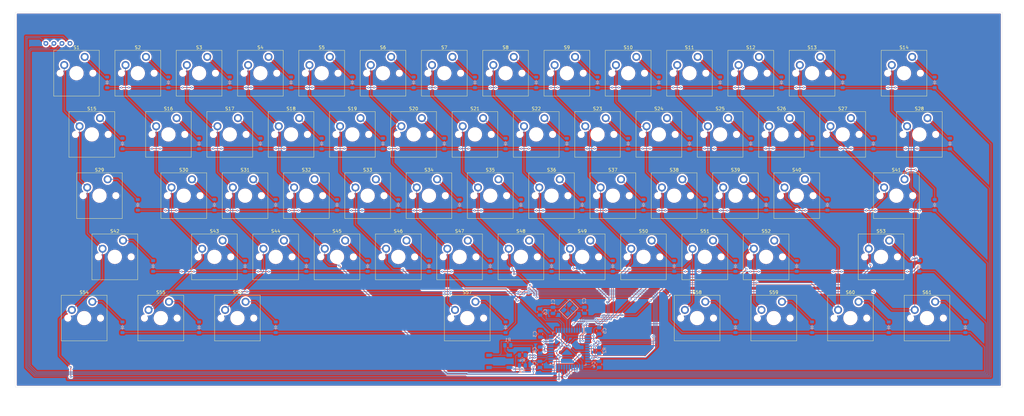
<source format=kicad_pcb>
(kicad_pcb (version 20240108) (generator "pcbnew") (generator_version "8.0")
  (layers (0 "F.Cu" signal) (31 "B.Cu" signal) (34 "B.Paste" user) (35 "F.Paste" user) (36 "B.SilkS" user "B.Silkscreen") (37 "F.SilkS" user "F.Silkscreen") (38 "B.Mask" user) (39 "F.Mask" user) (44 "Edge.Cuts" user))
  (net 0 "")
  (net 1 "Row 0")
  (net 2 "Net-(D1-A)")
  (net 3 "Net-(D2-A)")
  (net 4 "Net-(D3-A)")
  (net 5 "Net-(D4-A)")
  (net 6 "Net-(D5-A)")
  (net 7 "Net-(D6-A)")
  (net 8 "Net-(D7-A)")
  (net 9 "Net-(D8-A)")
  (net 10 "Net-(D9-A)")
  (net 11 "Net-(D10-A)")
  (net 12 "Net-(D11-A)")
  (net 13 "Net-(D12-A)")
  (net 14 "Net-(D13-A)")
  (net 15 "Net-(D14-A)")
  (net 16 "Row 1")
  (net 17 "Net-(D15-A)")
  (net 18 "Net-(D16-A)")
  (net 19 "Net-(D17-A)")
  (net 20 "Net-(D18-A)")
  (net 21 "Net-(D19-A)")
  (net 22 "Net-(D20-A)")
  (net 23 "Net-(D21-A)")
  (net 24 "Net-(D22-A)")
  (net 25 "Net-(D23-A)")
  (net 26 "Net-(D24-A)")
  (net 27 "Net-(D25-A)")
  (net 28 "Net-(D26-A)")
  (net 29 "Net-(D27-A)")
  (net 30 "Net-(D28-A)")
  (net 31 "Net-(D29-A)")
  (net 32 "Row 2")
  (net 33 "Net-(D30-A)")
  (net 34 "Net-(D31-A)")
  (net 35 "Net-(D32-A)")
  (net 36 "Net-(D33-A)")
  (net 37 "Net-(D34-A)")
  (net 38 "Net-(D35-A)")
  (net 39 "Net-(D36-A)")
  (net 40 "Net-(D37-A)")
  (net 41 "Net-(D38-A)")
  (net 42 "Net-(D39-A)")
  (net 43 "Net-(D40-A)")
  (net 44 "Net-(D41-A)")
  (net 45 "Net-(D42-A)")
  (net 46 "Row 3")
  (net 47 "Net-(D43-A)")
  (net 48 "Net-(D44-A)")
  (net 49 "Net-(D45-A)")
  (net 50 "Net-(D46-A)")
  (net 51 "Net-(D47-A)")
  (net 52 "Net-(D48-A)")
  (net 53 "Net-(D49-A)")
  (net 54 "Net-(D50-A)")
  (net 55 "Net-(D51-A)")
  (net 56 "Net-(D52-A)")
  (net 57 "Net-(D53-A)")
  (net 58 "Net-(D54-A)")
  (net 59 "Row 4")
  (net 60 "Net-(D55-A)")
  (net 61 "Net-(D56-A)")
  (net 62 "Net-(D57-A)")
  (net 63 "Net-(D58-A)")
  (net 64 "Net-(D59-A)")
  (net 65 "Net-(D60-A)")
  (net 66 "Net-(D61-A)")
  (net 67 "Column 0")
  (net 68 "Column 1")
  (net 69 "Column 2")
  (net 70 "Column 3")
  (net 71 "Column 4")
  (net 72 "Column 5")
  (net 73 "Column 6")
  (net 74 "Column 7")
  (net 75 "Column 8")
  (net 76 "Column 9")
  (net 77 "Column 10")
  (net 78 "Column 11")
  (net 79 "Column 12")
  (net 80 "Column 13")
  (net 81 "Net-(U1-XTAL1)")
  (net 82 "GND")
  (net 83 "Net-(U1-XTAL2)")
  (net 84 "VCC")
  (net 85 "Net-(U1-UCap)")
  (net 86 "Net-(H2-Pad1)")
  (net 87 "Net-(H3-Pad1)")
  (net 88 "Net-(U1-~{RESET})")
  (net 89 "Net-(U1-~{HWB{slash}PE2})")
  (net 90 "Net-(U1-D-)")
  (net 91 "Net-(U1-D+)")
  (footprint "ScottoKeebs_MX:MX_PCB_1.00u" (layer "F.Cu") (at 209.55 76.2)
    (property "Reference" "S37")
    (property "Value" "Keyswitch")
  )
  (footprint "ScottoKeebs_MX:MX_PCB_1.00u" (layer "F.Cu") (at 266.7 76.2)
    (property "Reference" "S40")
    (property "Value" "Keyswitch")
  )
  (footprint "ScottoKeebs_MX:MX_PCB_1.00u" (layer "F.Cu") (at 119.0625 38.1)
    (property "Reference" "S5")
    (property "Value" "Keyswitch")
  )
  (footprint "ScottoKeebs_MX:MX_PCB_1.00u" (layer "F.Cu") (at 185.7375 57.15)
    (property "Reference" "S22")
    (property "Value" "Keyswitch")
  )
  (footprint "ScottoKeebs_MX:MX_PCB_1.25u" (layer "F.Cu") (at 283.36875 114.3)
    (property "Reference" "S60")
    (property "Value" "Keyswitch")
  )
  (footprint "ScottoKeebs_MX:MX_PCB_1.00u" (layer "F.Cu") (at 261.9375 57.15)
    (property "Reference" "S26")
    (property "Value" "Keyswitch")
  )
  (footprint "ScottoKeebs_MX:MX_PCB_2.75u" (layer "F.Cu") (at 292.89375 95.25)
    (property "Reference" "S53")
    (property "Value" "Keyswitch")
  )
  (footprint "ScottoKeebs_MX:MX_PCB_1.00u" (layer "F.Cu") (at 42.8625 38.1)
    (property "Reference" "S1")
    (property "Value" "Keyswitch")
  )
  (footprint "ScottoKeebs_MX:MX_PCB_1.50u" (layer "F.Cu") (at 47.625 57.15)
    (property "Reference" "S15")
    (property "Value" "Keyswitch")
  )
  (footprint "ScottoKeebs_MX:MX_PCB_1.00u" (layer "F.Cu") (at 109.5375 57.15)
    (property "Reference" "S18")
    (property "Value" "Keyswitch")
  )
  (footprint "ScottoKeebs_MX:MX_PCB_1.00u" (layer "F.Cu") (at 204.7875 57.15)
    (property "Reference" "S23")
    (property "Value" "Keyswitch")
  )
  (footprint "ScottoKeebs_MX:MX_PCB_1.00u" (layer "F.Cu") (at 61.9125 38.1)
    (property "Reference" "S2")
    (property "Value" "Keyswitch")
  )
  (footprint "ScottoKeebs_MX:MX_PCB_1.00u" (layer "F.Cu") (at 80.9625 38.1)
    (property "Reference" "S3")
    (property "Value" "Keyswitch")
  )
  (footprint "ScottoKeebs_MX:MX_PCB_1.00u" (layer "F.Cu") (at 142.875 95.25)
    (property "Reference" "S46")
    (property "Value" "Keyswitch")
  )
  (footprint "ScottoKeebs_MX:MX_PCB_1.00u" (layer "F.Cu") (at 223.8375 57.15)
    (property "Reference" "S24")
    (property "Value" "Keyswitch")
  )
  (footprint "ScottoKeebs_MX:MX_PCB_1.00u" (layer "F.Cu") (at 214.3125 38.1)
    (property "Reference" "S10")
    (property "Value" "Keyswitch")
  )
  (footprint "ScottoKeebs_MX:MX_PCB_1.00u" (layer "F.Cu") (at 128.5875 57.15)
    (property "Reference" "S19")
    (property "Value" "Keyswitch")
  )
  (footprint "ScottoKeebs_MX:MX_PCB_1.00u" (layer "F.Cu") (at 95.25 76.2)
    (property "Reference" "S31")
    (property "Value" "Keyswitch")
  )
  (footprint "ScottoKeebs_MX:MX_PCB_1.75u" (layer "F.Cu") (at 50.00625 76.2)
    (property "Reference" "S29")
    (property "Value" "Keyswitch")
  )
  (footprint "ScottoKeebs_MX:MX_PCB_1.00u" (layer "F.Cu") (at 114.3 76.2)
    (property "Reference" "S32")
    (property "Value" "Keyswitch")
  )
  (footprint "ScottoKeebs_MX:MX_PCB_1.00u" (layer "F.Cu") (at 71.4375 57.15)
    (property "Reference" "S16")
    (property "Value" "Keyswitch")
  )
  (footprint "ScottoKeebs_MX:MX_PCB_1.00u" (layer "F.Cu") (at 147.6375 57.15)
    (property "Reference" "S20")
    (property "Value" "Keyswitch")
  )
  (footprint "ScottoKeebs_Scotto:TestPoint" (layer "F.Cu") (at 35.8375 28.825 90)
    (property "Reference" "H2" (hide yes))
    (property "Value" "MountingHole_Pad" (hide yes))
  )
  (footprint "ScottoKeebs_Scotto:TestPoint" (layer "F.Cu") (at 40.8375 28.825 90)
    (property "Reference" "H4" (hide yes))
    (property "Value" "MountingHole_Pad" (hide yes))
  )
  (footprint "ScottoKeebs_MX:MX_PCB_1.00u" (layer "F.Cu") (at 171.45 76.2)
    (property "Reference" "S35")
    (property "Value" "Keyswitch")
  )
  (footprint "ScottoKeebs_MX:MX_PCB_1.00u" (layer "F.Cu") (at 257.175 95.25)
    (property "Reference" "S52")
    (property "Value" "Keyswitch")
  )
  (footprint "ScottoKeebs_MX:MX_PCB_1.00u" (layer "F.Cu") (at 180.975 95.25)
    (property "Reference" "S48")
    (property "Value" "Keyswitch")
  )
  (footprint "ScottoKeebs_Scotto:TestPoint" (layer "F.Cu") (at 38.3375 28.825 90)
    (property "Reference" "H3" (hide yes))
    (property "Value" "MountingHole_Pad" (hide yes))
  )
  (footprint "ScottoKeebs_MX:MX_PCB_1.00u" (layer "F.Cu") (at 219.075 95.25)
    (property "Reference" "S50")
    (property "Value" "Keyswitch")
  )
  (footprint "ScottoKeebs_MX:MX_PCB_1.00u" (layer "F.Cu") (at 247.65 76.2)
    (property "Reference" "S39")
    (property "Value" "Keyswitch")
  )
  (footprint "ScottoKeebs_MX:MX_PCB_1.00u" (layer "F.Cu") (at 166.6875 57.15)
    (property "Reference" "S21")
    (property "Value" "Keyswitch")
  )
  (footprint "ScottoKeebs_MX:MX_PCB_1.00u" (layer "F.Cu") (at 233.3625 38.1)
    (property "Reference" "S11")
    (property "Value" "Keyswitch")
  )
  (footprint "ScottoKeebs_MX:MX_PCB_1.00u" (layer "F.Cu") (at 228.6 76.2)
    (property "Reference" "S38")
    (property "Value" "Keyswitch")
  )
  (footprint "ScottoKeebs_MX:MX_PCB_1.00u" (layer "F.Cu") (at 76.2 76.2)
    (property "Reference" "S30")
    (property "Value" "Keyswitch")
  )
  (footprint "ScottoKeebs_MX:MX_PCB_2.25u" (layer "F.Cu") (at 54.76875 95.25)
    (property "Reference" "S42")
    (property "Value" "Keyswitch")
  )
  (footprint "ScottoKeebs_MX:MX_PCB_1.00u" (layer "F.Cu") (at 123.825 95.25)
    (property "Reference" "S45")
    (property "Value" "Keyswitch")
  )
  (footprint "ScottoKeebs_MX:MX_PCB_1.00u" (layer "F.Cu") (at 190.5 76.2)
    (property "Reference" "S36")
    (property "Value" "Keyswitch")
  )
  (footprint "ScottoKeebs_MX:MX_PCB_1.00u" (layer "F.Cu") (at 138.1125 38.1)
    (property "Reference" "S6")
    (property "Value" "Keyswitch")
  )
  (footprint "ScottoKeebs_MX:MX_PCB_1.25u" (layer "F.Cu") (at 69.05625 114.3)
    (property "Reference" "S55")
    (property "Value" "Keyswitch")
  )
  (footprint "ScottoKeebs_MX:MX_PCB_2.00u" (layer "F.Cu") (at 300.0375 38.1)
    (property "Reference" "S14")
    (property "Value" "Keyswitch")
  )
  (footprint "ScottoKeebs_MX:MX_PCB_1.00u" (layer "F.Cu") (at 133.35 76.2)
    (property "Reference" "S33")
    (property "Value" "Keyswitch")
  )
  (footprint "ScottoKeebs_MX:MX_PCB_1.00u" (layer "F.Cu") (at 176.2125 38.1)
    (property "Reference" "S8")
    (property "Value" "Keyswitch")
  )
  (footprint "ScottoKeebs_MX:MX_PCB_6.25u" (layer "F.Cu") (at 164.30625 114.3)
    (property "Reference" "S57")
    (property "Value" "Keyswitch")
  )
  (footprint "ScottoKeebs_MX:MX_PCB_1.00u" (layer "F.Cu") (at 238.125 95.25)
    (property "Reference" "S51")
    (property "Value" "Keyswitch")
  )
  (footprint "ScottoKeebs_MX:MX_PCB_1.00u" (layer "F.Cu") (at 152.4 76.2)
    (property "Reference" "S34")
    (property "Value" "Keyswitch")
  )
  (footprint "ScottoKeebs_MX:MX_PCB_1.25u" (layer "F.Cu") (at 92.86875 114.3)
    (property "Reference" "S56")
    (property "Value" "Keyswitch")
  )
  (footprint "ScottoKeebs_MX:MX_PCB_1.00u" (layer "F.Cu") (at 104.775 95.25)
    (property "Reference" "S44")
    (property "Value" "Keyswitch")
  )
  (footprint "ScottoKeebs_MX:MX_PCB_1.00u" (layer "F.Cu") (at 271.4625 38.1)
    (property "Reference" "S13")
    (property "Value" "Keyswitch")
  )
  (footprint "ScottoKeebs_MX:MX_PCB_1.50u" (layer "F.Cu") (at 304.8 57.15)
    (property "Reference" "S28")
    (property "Value" "Keyswitch")
  )
  (footprint "ScottoKeebs_MX:MX_PCB_1.25u" (layer "F.Cu") (at 235.74375 114.3)
    (property "Reference" "S58")
    (property "Value" "Keyswitch")
  )
  (footprint "ScottoKeebs_MX:MX_PCB_1.25u" (layer "F.Cu") (at 45.24375 114.3)
    (property "Reference" "S54")
    (property "Value" "Keyswitch")
  )
  (footprint "ScottoKeebs_MX:MX_PCB_1.00u" (layer "F.Cu") (at 252.4125 38.1)
    (property "Reference" "S12")
    (property "Value" "Keyswitch")
  )
  (footprint "ScottoKeebs_MX:MX_PCB_1.00u" (layer "F.Cu") (at 157.1625 38.1)
    (property "Reference" "S7")
    (property "Value" "Keyswitch")
  )
  (footprint "ScottoKeebs_Scotto:TestPoint" (layer "F.Cu") (at 33.3375 28.825 90)
    (property "Reference" "H1" (hide yes))
    (property "Value" "MountingHole_Pad" (hide yes))
  )
  (footprint "ScottoKeebs_MX:MX_PCB_1.00u" (layer "F.Cu") (at 200.025 95.25)
    (property "Reference" "S49")
    (property "Value" "Keyswitch")
  )
  (footprint "ScottoKeebs_MX:MX_PCB_1.00u" (layer "F.Cu") (at 195.2625 38.1)
    (property "Reference" "S9")
    (property "Value" "Keyswitch")
  )
  (footprint "ScottoKeebs_MX:MX_PCB_1.00u" (layer "F.Cu") (at 85.725 95.25)
    (property "Reference" "S43")
    (property "Value" "Keyswitch")
  )
  (footprint "ScottoKeebs_MX:MX_PCB_1.25u" (layer "F.Cu") (at 259.55625 114.3)
    (property "Reference" "S59")
    (property "Value" "Keyswitch")
  )
  (footprint "ScottoKeebs_MX:MX_PCB_1.00u" (layer "F.Cu") (at 90.4875 57.15)
    (property "Reference" "S17")
    (property "Value" "Keyswitch")
  )
  (footprint "ScottoKeebs_MX:MX_PCB_1.00u" (layer "F.Cu") (at 100.0125 38.1)
    (property "Reference" "S4")
    (property "Value" "Keyswitch")
  )
  (footprint "ScottoKeebs_MX:MX_PCB_1.00u" (layer "F.Cu") (at 280.9875 57.15)
    (property "Reference" "S27")
    (property "Value" "Keyswitch")
  )
  (footprint "ScottoKeebs_MX:MX_PCB_1.00u" (layer "F.Cu") (at 242.8875 57.15)
    (property "Reference" "S25")
    (property "Value" "Keyswitch")
  )
  (footprint "ScottoKeebs_MX:MX_PCB_1.00u" (layer "F.Cu") (at 161.925 95.25)
    (property "Reference" "S47")
    (property "Value" "Keyswitch")
  )
  (footprint "ScottoKeebs_MX:MX_PCB_2.25u" (layer "F.Cu") (at 297.65625 76.2)
    (property "Reference" "S41")
    (property "Value" "Keyswitch")
  )
  (footprint "ScottoKeebs_MX:MX_PCB_1.25u" (layer "F.Cu") (at 307.18125 114.3)
    (property "Reference" "S61")
    (property "Value" "Keyswitch")
  )
  (footprint "ScottoKeebs_Components:Diode_SOD-123" (layer "B.Cu") (at 176.2125 117.1575 90)
    (property "Reference" "D57" (hide yes))
    (property "Value" "Diode")
  )
  (footprint "ScottoKeebs_Components:Diode_SOD-123" (layer "B.Cu") (at 161.925 79.0575 90)
    (property "Reference" "D34" (hide yes))
    (property "Value" "Diode")
  )
  (footprint "ScottoKeebs_Components:Diode_SOD-123" (layer "B.Cu") (at 314.325 60.0075 90)
    (property "Reference" "D28" (hide yes))
    (property "Value" "Diode")
  )
  (footprint "ScottoKeebs_Components:Diode_SOD-123" (layer "B.Cu") (at 104.775 79.0575 90)
    (property "Reference" "D31" (hide yes))
    (property "Value" "Diode")
  )
  (footprint "Capacitor_SMD:C_0805_2012Metric" (layer "B.Cu") (at 187.0175 119.255 -90)
    (property "Reference" "C3")
    (property "Value" "0.1u")
  )
  (footprint "ScottoKeebs_Components:Diode_SOD-123" (layer "B.Cu") (at 123.825 79.0575 90)
    (property "Reference" "D32" (hide yes))
    (property "Value" "Diode")
  )
  (footprint "ScottoKeebs_Components:Diode_SOD-123" (layer "B.Cu") (at 61.9125 79.0575 90)
    (property "Reference" "D29" (hide yes))
    (property "Value" "Diode")
  )
  (footprint "Capacitor_SMD:C_0805_2012Metric" (layer "B.Cu") (at 205.2975 118.245 90)
    (property "Reference" "C5")
    (property "Value" "0.1u")
  )
  (footprint "ScottoKeebs_Components:Diode_SOD-123" (layer "B.Cu") (at 128.5875 40.9575 90)
    (property "Reference" "D5" (hide yes))
    (property "Value" "Diode")
  )
  (footprint "Capacitor_SMD:C_0805_2012Metric" (layer "B.Cu") (at 200.7375 111.875 90)
    (property "Reference" "C2")
    (property "Value" "22p")
  )
  (footprint "Resistor_SMD:R_0805_2012Metric" (layer "B.Cu") (at 205.2875 124.375 90)
    (property "Reference" "R2")
    (property "Value" "10k")
  )
  (footprint "ScottoKeebs_Components:Diode_SOD-123" (layer "B.Cu") (at 280.9875 40.9575 90)
    (property "Reference" "D13" (hide yes))
    (property "Value" "Diode")
  )
  (footprint "Capacitor_SMD:C_0805_2012Metric" (layer "B.Cu") (at 190.9475 111.885 90)
    (property "Reference" "C1")
    (property "Value" "22p")
  )
  (footprint "ScottoKeebs_Components:Diode_SOD-123" (layer "B.Cu") (at 271.4625 117.1575 90)
    (property "Reference" "D59" (hide yes))
    (property "Value" "Diode")
  )
  (footprint "ScottoKeebs_Components:Diode_SOD-123" (layer "B.Cu") (at 295.275 117.1575 90)
    (property "Reference" "D60" (hide yes))
    (property "Value" "Diode")
  )
  (footprint "ScottoKeebs_Components:Diode_SOD-123" (layer "B.Cu") (at 223.8375 40.9575 90)
    (property "Reference" "D10" (hide yes))
    (property "Value" "Diode")
  )
  (footprint "ScottoKeebs_Components:Diode_SOD-123" (layer "B.Cu") (at 176.2125 60.0075 90)
    (property "Reference" "D21" (hide yes))
    (property "Value" "Diode")
  )
  (footprint "ScottoKeebs_Components:Diode_SOD-123" (layer "B.Cu") (at 52.3875 40.9575 90)
    (property "Reference" "D1" (hide yes))
    (property "Value" "Diode")
  )
  (footprint "ScottoKeebs_Components:Diode_SOD-123" (layer "B.Cu") (at 57.15 117.1575 90)
    (property "Reference" "D54" (hide yes))
    (property "Value" "Diode")
  )
  (footprint "ScottoKeebs_Components:Diode_SOD-123" (layer "B.Cu") (at 276.225 79.0575 90)
    (property "Reference" "D40" (hide yes))
    (property "Value" "Diode")
  )
  (footprint "ScottoKeebs_Components:Diode_SOD-123" (layer "B.Cu") (at 90.4875 40.9575 90)
    (property "Reference" "D3" (hide yes))
    (property "Value" "Diode")
  )
  (footprint "ScottoKeebs_Components:Diode_SOD-123" (layer "B.Cu") (at 147.6375 40.9575 90)
    (property "Reference" "D6" (hide yes))
    (property "Value" "Diode")
  )
  (footprint "ScottoKeebs_Components:Diode_SOD-123" (layer "B.Cu") (at 238.125 79.0575 90)
    (property "Reference" "D38" (hide yes))
    (property "Value" "Diode")
  )
  (footprint "ScottoKeebs_Components:Diode_SOD-123" (layer "B.Cu") (at 152.4 98.1075 90)
    (property "Reference" "D46" (hide yes))
    (property "Value" "Diode")
  )
  (footprint "Capacitor_SMD:C_0805_2012Metric" (layer "B.Cu") (at 186.8875 128.705 -90)
    (property "Reference" "C7")
    (property "Value" "4.7u")
  )
  (footprint "ScottoKeebs_Components:Diode_SOD-123" (layer "B.Cu") (at 138.1125 60.0075 90)
    (property "Reference" "D19" (hide yes))
    (property "Value" "Diode")
  )
  (footprint "ScottoKeebs_Components:Diode_SOD-123" (layer "B.Cu") (at 309.5625 40.9575 90)
    (property "Reference" "D14" (hide yes))
    (property "Value" "Diode")
  )
  (footprint "ScottoKeebs_Components:Diode_SOD-123" (layer "B.Cu") (at 80.9625 117.1575 90)
    (property "Reference" "D55" (hide yes))
    (property "Value" "Diode")
  )
  (footprint "ScottoKeebs_Components:Diode_SOD-123" (layer "B.Cu") (at 247.65 98.1075 90)
    (property "Reference" "D51" (hide yes))
    (property "Value" "Diode")
  )
  (footprint "ScottoKeebs_Components:Diode_SOD-123" (layer "B.Cu") (at 233.3625 60.0075 90)
    (property "Reference" "D24" (hide yes))
    (property "Value" "Diode")
  )
  (footprint "ScottoKeebs_Components:Diode_SOD-123" (layer "B.Cu") (at 85.725 79.0575 90)
    (property "Reference" "D30" (hide yes))
    (property "Value" "Diode")
  )
  (footprint "ScottoKeebs_Components:Diode_SOD-123" (layer "B.Cu") (at 190.5 98.1075 90)
    (property "Reference" "D48" (hide yes))
    (property "Value" "Diode")
  )
  (footprint "ScottoKeebs_Components:Diode_SOD-123" (layer "B.Cu") (at 100.0125 60.0075 90)
    (property "Reference" "D17" (hide yes))
    (property "Value" "Diode")
  )
  (footprint "ScottoKeebs_Components:Diode_SOD-123" (layer "B.Cu") (at 309.5625 79.0575 90)
    (property "Reference" "D41" (hide yes))
    (property "Value" "Diode")
  )
  (footprint "ScottoKeebs_Components:Diode_SOD-123" (layer "B.Cu") (at 204.7875 40.9575 90)
    (property "Reference" "D9" (hide yes))
    (property "Value" "Diode")
  )
  (footprint "ScottoKeebs_Components:Diode_SOD-123" (layer "B.Cu") (at 214.3125 60.0075 90)
    (property "Reference" "D23" (hide yes))
    (property "Value" "Diode")
  )
  (footprint "ScottoKeebs_Components:Diode_SOD-123" (layer "B.Cu") (at 66.675 98.1075 90)
    (property "Reference" "D42" (hide yes))
    (property "Value" "Diode")
  )
  (footprint "Resistor_SMD:R_0805_2012Metric" (layer "B.Cu") (at 181.425 125.825)
    (property "Reference" "R4")
    (property "Value" "22")
  )
  (footprint "ScottoKeebs_Components:Diode_SOD-123" (layer "B.Cu") (at 104.775 117.1575 90)
    (property "Reference" "D56" (hide yes))
    (property "Value" "Diode")
  )
  (footprint "ScottoKeebs_Components:Diode_SOD-123" (layer "B.Cu") (at 266.7 98.1075 90)
    (property "Reference" "D52" (hide yes))
    (property "Value" "Diode")
  )
  (footprint "ScottoKeebs_Components:Diode_SOD-123" (layer "B.Cu") (at 180.975 79.0575 90)
    (property "Reference" "D35" (hide yes))
    (property "Value" "Diode")
  )
  (footprint "Capacitor_SMD:C_0805_2012Metric" (layer "B.Cu") (at 186.9675 124.245 -90)
    (property "Reference" "C8")
    (property "Value" "1u")
  )
  (footprint "ScottoKeebs_Components:Diode_SOD-123" (layer "B.Cu") (at 252.4125 60.0075 90)
    (property "Reference" "D25" (hide yes))
    (property "Value" "Diode")
  )
  (footprint "ScottoKeebs_Components:Diode_SOD-123" (layer "B.Cu") (at 290.5125 60.0075 90)
    (property "Reference" "D27" (hide yes))
    (property "Value" "Diode")
  )
  (footprint "ScottoKeebs_Components:Diode_SOD-123" (layer "B.Cu") (at 209.55 98.1075 90)
    (property "Reference" "D49" (hide yes))
    (property "Value" "Diode")
  )
  (footprint "ScottoKeebs_Components:Diode_SOD-123" (layer "B.Cu") (at 242.8875 40.9575 90)
    (property "Reference" "D11" (hide yes))
    (property "Value" "Diode")
  )
  (footprint "ScottoKeebs_Components:Diode_SOD-123" (layer "B.Cu") (at 142.875 79.0575 90)
    (property "Reference" "D33" (hide yes))
    (property "Value" "Diode")
  )
  (footprint "Capacitor_SMD:C_0805_2012Metric" (layer "B.Cu") (at 205.2975 128.705 -90)
    (property "Reference" "C4")
    (property "Value" "0.1u")
  )
  (footprint "ScottoKeebs_Components:Diode_SOD-123" (layer "B.Cu") (at 200.025 79.0575 90)
    (property "Reference" "D36" (hide yes))
    (property "Value" "Diode")
  )
  (footprint "Resistor_SMD:R_0805_2012Metric" (layer "B.Cu") (at 181.425 129.075)
    (property "Reference" "R3")
    (property "Value" "22")
  )
  (footprint "ScottoKeebs_Components:Diode_SOD-123" (layer "B.Cu") (at 114.3 98.1075 90)
    (property "Reference" "D44" (hide yes))
    (property "Value" "Diode")
  )
  (footprint "ScottoKeebs_Components:Diode_SOD-123" (layer "B.Cu") (at 247.65 117.1575 90)
    (property "Reference" "D58" (hide yes))
    (property "Value" "Diode")
  )
  (footprint "ScottoKeebs_Components:Diode_SOD-123" (layer "B.Cu") (at 319.0875 117.1575 90)
    (property "Reference" "D61" (hide yes))
    (property "Value" "Diode")
  )
  (footprint "ScottoKeebs_Components:Diode_SOD-123" (layer "B.Cu") (at 228.6 98.1075 90)
    (property "Reference" "D50" (hide yes))
    (property "Value" "Diode")
  )
  (footprint "ScottoKeebs_Components:Diode_SOD-123" (layer "B.Cu") (at 119.0625 60.0075 90)
    (property "Reference" "D18" (hide yes))
    (property "Value" "Diode")
  )
  (footprint "ScottoKeebs_Components:Diode_SOD-123" (layer "B.Cu") (at 71.4375 40.9575 90)
    (property "Reference" "D2" (hide yes))
    (property "Value" "Diode")
  )
  (footprint "ScottoKeebs_Components:Diode_SOD-123" (layer "B.Cu") (at 271.4625 60.0075 90)
    (property "Reference" "D26" (hide yes))
    (property "Value" "Diode")
  )
  (footprint "ScottoKeebs_Components:Diode_SOD-123" (layer "B.Cu") (at 95.25 98.1075 90)
    (property "Reference" "D43" (hide yes))
    (property "Value" "Diode")
  )
  (footprint "ScottoKeebs_Components:Diode_SOD-123" (layer "B.Cu") (at 80.9625 60.0075 90)
    (property "Reference" "D16" (hide yes))
    (property "Value" "Diode")
  )
  (footprint "ScottoKeebs_Components:Diode_SOD-123" (layer "B.Cu") (at 57.15 60.0075 90)
    (property "Reference" "D15" (hide yes))
    (property "Value" "Diode")
  )
  (footprint "Capacitor_SMD:C_0805_2012Metric" (layer "B.Cu") (at 186.8975 112.415 90)
    (property "Reference" "C6")
    (property "Value" "0.1u")
  )
  (footprint "ScottoKeebs_Components:Diode_SOD-123" (layer "B.Cu") (at 157.1625 60.0075 90)
    (property "Reference" "D20" (hide yes))
    (property "Value" "Diode")
  )
  (footprint "ScottoKeebs_Components:Diode_SOD-123" (layer "B.Cu") (at 195.2625 60.0075 90)
    (property "Reference" "D22" (hide yes))
    (property "Value" "Diode")
  )
  (footprint "ScottoKeebs_Components:Diode_SOD-123" (layer "B.Cu") (at 257.175 79.0575 90)
    (property "Reference" "D39" (hide yes))
    (property "Value" "Diode")
  )
  (footprint "ScottoKeebs_Components:Diode_SOD-123" (layer "B.Cu") (at 304.8 98.1075 90)
    (property "Reference" "D53" (hide yes))
    (property "Value" "Diode")
  )
  (footprint "Resistor_SMD:R_0805_2012Metric" (layer "B.Cu") (at 176.9075 122.745 180)
    (property "Reference" "R1")
    (property "Value" "10k")
  )
  (footprint "ScottoKeebs_Components:Button_TL3342" (layer "B.Cu") (at 174.2075 127.765)
    (property "Reference" "SW1" (hide yes))
    (property "Value" "SW_PUSH")
  )
  (footprint "ScottoKeebs_Components:Diode_SOD-123" (layer "B.Cu") (at 261.9375 40.9575 90)
    (property "Reference" "D12" (hide yes))
    (property "Value" "Diode")
  )
  (footprint "ScottoKeebs_Components:Diode_SOD-123" (layer "B.Cu") (at 166.6875 40.9575 90)
    (property "Reference" "D7" (hide yes))
    (property "Value" "Diode")
  )
  (footprint "keyboard_parts:FA-238" (layer "B.Cu") (at 195.7975 111.505 45)
    (property "Reference" "X1" (hide yes))
    (property "Value" "XTAL_GND" (hide yes))
  )
  (footprint "ScottoKeebs_Components:Diode_SOD-123" (layer "B.Cu") (at 133.35 98.1075 90)
    (property "Reference" "D45" (hide yes))
    (property "Value" "Diode")
  )
  (footprint "ScottoKeebs_Components:Diode_SOD-123" (layer "B.Cu") (at 171.45 98.1075 90)
    (property "Reference" "D47" (hide yes))
    (property "Value" "Diode")
  )
  (footprint "ScottoKeebs_Components:Diode_SOD-123" (layer "B.Cu") (at 219.075 79.0575 90)
    (property "Reference" "D37" (hide yes))
    (property "Value" "Diode")
  )
  (footprint "ScottoKeebs_Components:Diode_SOD-123" (layer "B.Cu") (at 109.5375 40.9575 90)
    (property "Reference" "D4" (hide yes))
    (property "Value" "Diode")
  )
  (footprint "Package_QFP:TQFP-44_10x10mm_P0.8mm" (layer "B.Cu") (at 196.025 123.825)
    (property "Reference" "U1")
    (property "Value" "ATMEGA32U4")
  )
  (footprint "ScottoKeebs_Components:Diode_SOD-123" (layer "B.Cu") (at 185.7375 40.9575 90)
    (property "Reference" "D8" (hide yes))
    (property "Value" "Diode")
  )
  (gr_rect (start 23.8375 19.075) (end 330.5875 135.825) (stroke (width 0.05)) (fill none) (layer "Edge.Cuts"))
  (segment (start 75.8375 42.575) (end 78.5875 42.575) (width 0.2) (layer "F.Cu") (net 1))
  (segment (start 133.5875 42.575) (end 135.3375 42.575) (width 0.2) (layer "F.Cu") (net 1))
  (segment (start 56.8375 42.575) (end 59.0875 42.575) (width 0.2) (layer "F.Cu") (net 1))
  (segment (start 95.5875 42.575) (end 97.0875 42.575) (width 0.2) (layer "F.Cu") (net 1))
  (segment (start 266.5875 42.575) (end 268.8375 42.575) (width 0.2) (layer "F.Cu") (net 1))
  (segment (start 152.7525 42.575) (end 154.3375 42.575) (width 0.2) (layer "F.Cu") (net 1))
  (segment (start 190.3375 42.575) (end 192.3375 42.575) (width 0.2) (layer "F.Cu") (net 1))
  (segment (start 114.5875 42.575) (end 116.0875 42.575) (width 0.2) (layer "F.Cu") (net 1))
  (segment (start 228.3375 42.575) (end 230.5875 42.575) (width 0.2) (layer "F.Cu") (net 1))
  (segment (start 295.0875 42.575) (end 297.3375 42.575) (width 0.2) (layer "F.Cu") (net 1))
  (segment (start 209.3375 42.575) (end 211.3375 42.575) (width 0.2) (layer "F.Cu") (net 1))
  (segment (start 171.5875 42.575) (end 173.0875 42.575) (width 0.2) (layer "F.Cu") (net 1))
  (segment (start 247.5875 42.575) (end 249.8375 42.575) (width 0.2) (layer "F.Cu") (net 1))
  (via (at 211.3375 42.575) (size 0.6) (drill 0.3) (layers "F.Cu" "B.Cu") (net 1))
  (via (at 56.8375 42.575) (size 0.6) (drill 0.3) (layers "F.Cu" "B.Cu") (net 1))
  (via (at 171.5875 42.575) (size 0.6) (drill 0.3) (layers "F.Cu" "B.Cu") (net 1))
  (via (at 268.8375 42.575) (size 0.6) (drill 0.3) (layers "F.Cu" "B.Cu") (net 1))
  (via (at 295.0875 42.575) (size 0.6) (drill 0.3) (layers "F.Cu" "B.Cu") (net 1))
  (via (at 247.5875 42.575) (size 0.6) (drill 0.3) (layers "F.Cu" "B.Cu") (net 1))
  (via (at 190.3375 42.575) (size 0.6) (drill 0.3) (layers "F.Cu" "B.Cu") (net 1))
  (via (at 228.3375 42.575) (size 0.6) (drill 0.3) (layers "F.Cu" "B.Cu") (net 1))
  (via (at 154.3375 42.575) (size 0.6) (drill 0.3) (layers "F.Cu" "B.Cu") (net 1))
  (via (at 78.5875 42.575) (size 0.6) (drill 0.3) (layers "F.Cu" "B.Cu") (net 1))
  (via (at 97.0875 42.575) (size 0.6) (drill 0.3) (layers "F.Cu" "B.Cu") (net 1))
  (via (at 209.3375 42.575) (size 0.6) (drill 0.3) (layers "F.Cu" "B.Cu") (net 1))
  (via (at 95.5875 42.575) (size 0.6) (drill 0.3) (layers "F.Cu" "B.Cu") (net 1))
  (via (at 114.5875 42.575) (size 0.6) (drill 0.3) (layers "F.Cu" "B.Cu") (net 1))
  (via (at 230.5875 42.575) (size 0.6) (drill 0.3) (layers "F.Cu" "B.Cu") (net 1))
  (via (at 173.0875 42.575) (size 0.6) (drill 0.3) (layers "F.Cu" "B.Cu") (net 1))
  (via (at 192.3375 42.575) (size 0.6) (drill 0.3) (layers "F.Cu" "B.Cu") (net 1))
  (via (at 152.7525 42.575) (size 0.6) (drill 0.3) (layers "F.Cu" "B.Cu") (net 1))
  (via (at 266.5875 42.575) (size 0.6) (drill 0.3) (layers "F.Cu" "B.Cu") (net 1))
  (via (at 297.3375 42.575) (size 0.6) (drill 0.3) (layers "F.Cu" "B.Cu") (net 1))
  (via (at 135.3375 42.575) (size 0.6) (drill 0.3) (layers "F.Cu" "B.Cu") (net 1))
  (via (at 59.0875 42.575) (size 0.6) (drill 0.3) (layers "F.Cu" "B.Cu") (net 1))
  (via (at 249.8375 42.575) (size 0.6) (drill 0.3) (layers "F.Cu" "B.Cu") (net 1))
  (via (at 75.8375 42.575) (size 0.6) (drill 0.3) (layers "F.Cu" "B.Cu") (net 1))
  (via (at 116.0875 42.575) (size 0.6) (drill 0.3) (layers "F.Cu" "B.Cu") (net 1))
  (via (at 133.5875 42.575) (size 0.6) (drill 0.3) (layers "F.Cu" "B.Cu") (net 1))
  (segment (start 327.0875 132.625) (end 195.775 132.625) (width 0.2) (layer "B.Cu") (net 1))
  (segment (start 97.0875 42.575) (end 114.5875 42.575) (width 0.2) (layer "B.Cu") (net 1))
  (segment (start 116.0875 42.575) (end 133.5875 42.575) (width 0.2) (layer "B.Cu") (net 1))
  (segment (start 154.3375 42.575) (end 154.37 42.6075) (width 0.2) (layer "B.Cu") (net 1))
  (segment (start 211.3375 42.575) (end 228.3375 42.575) (width 0.2) (layer "B.Cu") (net 1))
  (segment (start 297.3375 42.575) (end 298.3375 42.575) (width 0.2) (layer "B.Cu") (net 1))
  (segment (start 171.555 42.6075) (end 171.5875 42.575) (width 0.2) (layer "B.Cu") (net 1))
  (segment (start 59.8375 42.575) (end 59.87 42.6075) (width 0.2) (layer "B.Cu") (net 1))
  (segment (start 309.5625 42.6075) (end 327.0875 60.1325) (width 0.2) (layer "B.Cu") (net 1))
  (segment (start 56.805 42.6075) (end 56.8375 42.575) (width 0.2) (layer "B.Cu") (net 1))
  (segment (start 194.425 131.275) (end 194.425 129.525) (width 0.2) (layer "B.Cu") (net 1))
  (segment (start 166.6875 42.6075) (end 171.555 42.6075) (width 0.2) (layer "B.Cu") (net 1))
  (segment (start 59.87 42.6075) (end 71.4375 42.6075) (width 0.2) (layer "B.Cu") (net 1))
  (segment (start 192.3375 42.575) (end 209.3375 42.575) (width 0.2) (layer "B.Cu") (net 1))
  (segment (start 249.8375 42.575) (end 266.5875 42.575) (width 0.2) (layer "B.Cu") (net 1))
  (segment (start 268.8375 42.575) (end 295.0875 42.575) (width 0.2) (layer "B.Cu") (net 1))
  (segment (start 298.3375 42.575) (end 298.37 42.6075) (width 0.2) (layer "B.Cu") (net 1))
  (segment (start 59.0875 42.575) (end 59.8375 42.575) (width 0.2) (layer "B.Cu") (net 1))
  (segment (start 71.4375 42.6075) (end 75.805 42.6075) (width 0.2) (layer "B.Cu") (net 1))
  (segment (start 135.3375 42.575) (end 152.7525 42.575) (width 0.2) (layer "B.Cu") (net 1))
  (segment (start 195.775 132.625) (end 194.425 131.275) (width 0.2) (layer "B.Cu") (net 1))
  (segment (start 327.0875 60.1325) (end 327.0875 132.625) (width 0.2) (layer "B.Cu") (net 1))
  (segment (start 75.805 42.6075) (end 75.8375 42.575) (width 0.2) (layer "B.Cu") (net 1))
  (segment (start 52.3875 42.6075) (end 56.805 42.6075) (width 0.2) (layer "B.Cu") (net 1))
  (segment (start 298.37 42.6075) (end 309.5625 42.6075) (width 0.2) (layer "B.Cu") (net 1))
  (segment (start 230.5875 42.575) (end 247.5875 42.575) (width 0.2) (layer "B.Cu") (net 1))
  (segment (start 154.37 42.6075) (end 166.6875 42.6075) (width 0.2) (layer "B.Cu") (net 1))
  (segment (start 78.5875 42.575) (end 95.5875 42.575) (width 0.2) (layer "B.Cu") (net 1))
  (segment (start 173.0875 42.575) (end 190.3375 42.575) (width 0.2) (layer "B.Cu") (net 1))
  (segment (start 45.4025 33.02) (end 51.69 39.3075) (width 0.2) (layer "B.Cu") (net 2))
  (segment (start 51.69 39.3075) (end 52.3875 39.3075) (width 0.2) (layer "B.Cu") (net 2))
  (segment (start 70.74 39.3075) (end 71.4375 39.3075) (width 0.2) (layer "B.Cu") (net 3))
  (segment (start 64.4525 33.02) (end 70.74 39.3075) (width 0.2) (layer "B.Cu") (net 3))
  (segment (start 83.5025 33.02) (end 89.79 39.3075) (width 0.2) (layer "B.Cu") (net 4))
  (segment (start 89.79 39.3075) (end 90.4875 39.3075) (width 0.2) (layer "B.Cu") (net 4))
  (segment (start 102.5525 33.02) (end 108.84 39.3075) (width 0.2) (layer "B.Cu") (net 5))
  (segment (start 108.84 39.3075) (end 109.5375 39.3075) (width 0.2) (layer "B.Cu") (net 5))
  (segment (start 127.89 39.3075) (end 128.5875 39.3075) (width 0.2) (layer "B.Cu") (net 6))
  (segment (start 121.6025 33.02) (end 127.89 39.3075) (width 0.2) (layer "B.Cu") (net 6))
  (segment (start 140.6525 33.02) (end 146.94 39.3075) (width 0.2) (layer "B.Cu") (net 7))
  (segment (start 146.94 39.3075) (end 147.6375 39.3075) (width 0.2) (layer "B.Cu") (net 7))
  (segment (start 165.99 39.3075) (end 166.6875 39.3075) (width 0.2) (layer "B.Cu") (net 8))
  (segment (start 159.7025 33.02) (end 165.99 39.3075) (width 0.2) (layer "B.Cu") (net 8))
  (segment (start 178.7525 33.02) (end 185.04 39.3075) (width 0.2) (layer "B.Cu") (net 9))
  (segment (start 185.04 39.3075) (end 185.7375 39.3075) (width 0.2) (layer "B.Cu") (net 9))
  (segment (start 197.8025 33.02) (end 204.09 39.3075) (width 0.2) (layer "B.Cu") (net 10))
  (segment (start 204.09 39.3075) (end 204.7875 39.3075) (width 0.2) (layer "B.Cu") (net 10))
  (segment (start 223.14 39.3075) (end 223.8375 39.3075) (width 0.2) (layer "B.Cu") (net 11))
  (segment (start 216.8525 33.02) (end 223.14 39.3075) (width 0.2) (layer "B.Cu") (net 11))
  (segment (start 242.19 39.3075) (end 242.8875 39.3075) (width 0.2) (layer "B.Cu") (net 12))
  (segment (start 235.9025 33.02) (end 242.19 39.3075) (width 0.2) (layer "B.Cu") (net 12))
  (segment (start 261.24 39.3075) (end 261.9375 39.3075) (width 0.2) (layer "B.Cu") (net 13))
  (segment (start 254.9525 33.02) (end 261.24 39.3075) (width 0.2) (layer "B.Cu") (net 13))
  (segment (start 280.29 39.3075) (end 280.9875 39.3075) (width 0.2) (layer "B.Cu") (net 14))
  (segment (start 274.0025 33.02) (end 280.29 39.3075) (width 0.2) (layer "B.Cu") (net 14))
  (segment (start 302.5775 33.02) (end 308.865 39.3075) (width 0.2) (layer "B.Cu") (net 15))
  (segment (start 308.865 39.3075) (end 309.5625 39.3075) (width 0.2) (layer "B.Cu") (net 15))
  (segment (start 140.0875 61.575) (end 142.5875 61.575) (width 0.2) (layer "F.Cu") (net 16))
  (segment (start 201.5875 61.575) (end 203.8375 61.575) (width 0.2) (layer "F.Cu") (net 16))
  (segment (start 85.3375 61.575) (end 87.8375 61.575) (width 0.2) (layer "F.Cu") (net 16))
  (segment (start 162.2775 61.575) (end 164.5875 61.575) (width 0.2) (layer "F.Cu") (net 16))
  (segment (start 300.5875 61.575) (end 304.0875 61.575) (width 0.2) (layer "F.Cu") (net 16))
  (segment (start 181.0875 61.575) (end 183.3375 61.575) (width 0.2) (layer "F.Cu") (net 16))
  (segment (start 218.8375 61.575) (end 221.0875 61.575) (width 0.2) (layer "F.Cu") (net 16))
  (segment (start 66.3375 61.575) (end 68.8375 61.575) (width 0.2) (layer "F.Cu") (net 16))
  (segment (start 257.0875 61.575) (end 259.3375 61.575) (width 0.2) (layer "F.Cu") (net 16))
  (segment (start 280.3375 61.575) (end 283.5875 61.575) (width 0.2) (layer "F.Cu") (net 16))
  (segment (start 123.5875 61.575) (end 126.0875 61.575) (width 0.2) (layer "F.Cu") (net 16))
  (segment (start 238.0875 61.575) (end 241.0875 61.575) (width 0.2) (layer "F.Cu") (net 16))
  (segment (start 104.8375 61.575) (end 107.3375 61.575) (width 0.2) (layer "F.Cu") (net 16))
  (via (at 68.8375 61.575) (size 0.6) (drill 0.3) (layers "F.Cu" "B.Cu") (net 16))
  (via (at 126.0875 61.575) (size 0.6) (drill 0.3) (layers "F.Cu" "B.Cu") (net 16))
  (via (at 87.8375 61.575) (size 0.6) (drill 0.3) (layers "F.Cu" "B.Cu") (net 16))
  (via (at 104.8375 61.575) (size 0.6) (drill 0.3) (layers "F.Cu" "B.Cu") (net 16))
  (via (at 221.0875 61.575) (size 0.6) (drill 0.3) (layers "F.Cu" "B.Cu") (net 16))
  (via (at 85.3375 61.575) (size 0.6) (drill 0.3) (layers "F.Cu" "B.Cu") (net 16))
  (via (at 183.3375 61.575) (size 0.6) (drill 0.3) (layers "F.Cu" "B.Cu") (net 16))
  (via (at 259.3375 61.575) (size 0.6) (drill 0.3) (layers "F.Cu" "B.Cu") (net 16))
  (via (at 257.0875 61.575) (size 0.6) (drill 0.3) (layers "F.Cu" "B.Cu") (net 16))
  (via (at 162.2775 61.575) (size 0.6) (drill 0.3) (layers "F.Cu" "B.Cu") (net 16))
  (via (at 304.0875 61.575) (size 0.6) (drill 0.3) (layers "F.Cu" "B.Cu") (net 16))
  (via (at 107.3375 61.575) (size 0.6) (drill 0.3) (layers "F.Cu" "B.Cu") (net 16))
  (via (at 283.5875 61.575) (size 0.6) (drill 0.3) (layers "F.Cu" "B.Cu") (net 16))
  (via (at 300.5875 61.575) (size 0.6) (drill 0.3) (layers "F.Cu" "B.Cu") (net 16))
  (via (at 123.5875 61.575) (size 0.6) (drill 0.3) (layers "F.Cu" "B.Cu") (net 16))
  (via (at 164.5875 61.575) (size 0.6) (drill 0.3) (layers "F.Cu" "B.Cu") (net 16))
  (via (at 218.8375 61.575) (size 0.6) (drill 0.3) (layers "F.Cu" "B.Cu") (net 16))
  (via (at 201.5875 61.575) (size 0.6) (drill 0.3) (layers "F.Cu" "B.Cu") (net 16))
  (via (at 203.8375 61.575) (size 0.6) (drill 0.3) (layers "F.Cu" "B.Cu") (net 16))
  (via (at 241.0875 61.575) (size 0.6) (drill 0.3) (layers "F.Cu" "B.Cu") (net 16))
  (via (at 181.0875 61.575) (size 0.6) (drill 0.3) (layers "F.Cu" "B.Cu") (net 16))
  (via (at 66.3375 61.575) (size 0.6) (drill 0.3) (layers "F.Cu" "B.Cu") (net 16))
  (via (at 280.3375 61.575) (size 0.6) (drill 0.3) (layers "F.Cu" "B.Cu") (net 16))
  (via (at 238.0875 61.575) (size 0.6) (drill 0.3) (layers "F.Cu" "B.Cu") (net 16))
  (via (at 140.0875 61.575) (size 0.6) (drill 0.3) (layers "F.Cu" "B.Cu") (net 16))
  (via (at 142.5875 61.575) (size 0.6) (drill 0.3) (layers "F.Cu" "B.Cu") (net 16))
  (segment (start 68.8375 61.575) (end 69.5875 61.575) (width 0.2) (layer "B.Cu") (net 16))
  (segment (start 304.17 61.6575) (end 314.325 61.6575) (width 0.2) (layer "B.Cu") (net 16))
  (segment (start 183.3375 61.575) (end 201.5875 61.575) (width 0.2) (layer "B.Cu") (net 16))
  (segment (start 203.8375 61.575) (end 218.8375 61.575) (width 0.2) (layer "B.Cu") (net 16))
  (segment (start 326.5875 73.92) (end 326.5875 132.225) (width 0.2) (layer "B.Cu") (net 16))
  (segment (start 69.5875 61.575) (end 69.67 61.6575) (width 0.2) (layer "B.Cu") (net 16))
  (segment (start 107.3375 61.575) (end 123.5875 61.575) (width 0.2) (layer "B.Cu") (net 16))
  (segment (start 80.9625 61.6575) (end 85.255 61.6575) (width 0.2) (layer "B.Cu") (net 16))
  (segment (start 283.5875 61.575) (end 300.5875 61.575) (width 0.2) (layer "B.Cu") (net 16))
  (segment (start 85.255 61.6575) (end 85.3375 61.575) (width 0.2) (layer "B.Cu") (net 16))
  (segment (start 326.5875 132.225) (end 196.0875 132.225) (width 0.2) (layer "B.Cu") (net 16))
  (segment (start 66.255 61.6575) (end 66.3375 61.575) (width 0.2) (layer "B.Cu") (net 16))
  (segment (start 304.0875 61.575) (end 304.17 61.6575) (width 0.2) (layer "B.Cu") (net 16))
  (segment (start 87.8375 61.575) (end 104.8375 61.575) (width 0.2) (layer "B.Cu") (net 16))
  (segment (start 196.0875 132.225) (end 195.225 131.3625) (width 0.2) (layer "B.Cu") (net 16))
  (segment (start 259.3375 61.575) (end 280.3375 61.575) (width 0.2) (layer "B.Cu") (net 16))
  (segment (start 195.225 131.3625) (end 195.225 129.525) (width 0.2) (layer "B.Cu") (net 16))
  (segment (start 314.325 61.6575) (end 326.5875 73.92) (width 0.2) (layer "B.Cu") (net 16))
  (segment (start 241.0875 61.575) (end 257.0875 61.575) (width 0.2) (layer "B.Cu") (net 16))
  (segment (start 164.5875 61.575) (end 181.0875 61.575) (width 0.2) (layer "B.Cu") (net 16))
  (segment (start 126.0875 61.575) (end 140.0875 61.575) (width 0.2) (layer "B.Cu") (net 16))
  (segment (start 142.5875 61.575) (end 162.2775 61.575) (width 0.2) (layer "B.Cu") (net 16))
  (segment (start 69.67 61.6575) (end 80.9625 61.6575) (width 0.2) (layer "B.Cu") (net 16))
  (segment (start 57.15 61.6575) (end 66.255 61.6575) (width 0.2) (layer "B.Cu") (net 16))
  (segment (start 221.0875 61.575) (end 238.0875 61.575) (width 0.2) (layer "B.Cu") (net 16))
  (segment (start 50.165 52.07) (end 56.4525 58.3575) (width 0.2) (layer "B.Cu") (net 17))
  (segment (start 56.4525 58.3575) (end 57.15 58.3575) (width 0.2) (layer "B.Cu") (net 17))
  (segment (start 80.265 58.3575) (end 80.9625 58.3575) (width 0.2) (layer "B.Cu") (net 18))
  (segment (start 73.9775 52.07) (end 80.265 58.3575) (width 0.2) (layer "B.Cu") (net 18))
  (segment (start 93.0275 52.07) (end 99.315 58.3575) (width 0.2) (layer "B.Cu") (net 19))
  (segment (start 99.315 58.3575) (end 100.0125 58.3575) (width 0.2) (layer "B.Cu") (net 19))
  (segment (start 112.0775 52.07) (end 118.365 58.3575) (width 0.2) (layer "B.Cu") (net 20))
  (segment (start 118.365 58.3575) (end 119.0625 58.3575) (width 0.2) (layer "B.Cu") (net 20))
  (segment (start 137.415 58.3575) (end 138.1125 58.3575) (width 0.2) (layer "B.Cu") (net 21))
  (segment (start 131.1275 52.07) (end 137.415 58.3575) (width 0.2) (layer "B.Cu") (net 21))
  (segment (start 150.1775 52.07) (end 156.465 58.3575) (width 0.2) (layer "B.Cu") (net 22))
  (segment (start 156.465 58.3575) (end 157.1625 58.3575) (width 0.2) (layer "B.Cu") (net 22))
  (segment (start 175.515 58.3575) (end 176.2125 58.3575) (width 0.2) (layer "B.Cu") (net 23))
  (segment (start 169.2275 52.07) (end 175.515 58.3575) (width 0.2) (layer "B.Cu") (net 23))
  (segment (start 188.2775 52.07) (end 194.565 58.3575) (width 0.2) (layer "B.Cu") (net 24))
  (segment (start 194.565 58.3575) (end 195.2625 58.3575) (width 0.2) (layer "B.Cu") (net 24))
  (segment (start 213.615 58.3575) (end 214.3125 58.3575) (width 0.2) (layer "B.Cu") (net 25))
  (segment (start 207.3275 52.07) (end 213.615 58.3575) (width 0.2) (layer "B.Cu") (net 25))
  (segment (start 232.665 58.3575) (end 233.3625 58.3575) (width 0.2) (layer "B.Cu") (net 26))
  (segment (start 226.3775 52.07) (end 232.665 58.3575) (width 0.2) (layer "B.Cu") (net 26))
  (segment (start 251.715 58.3575) (end 252.4125 58.3575) (width 0.2) (layer "B.Cu") (net 27))
  (segment (start 245.4275 52.07) (end 251.715 58.3575) (width 0.2) (layer "B.Cu") (net 27))
  (segment (start 270.765 58.3575) (end 271.4625 58.3575) (width 0.2) (layer "B.Cu") (net 28))
  (segment (start 264.4775 52.07) (end 270.765 58.3575) (width 0.2) (layer "B.Cu") (net 28))
  (segment (start 289.815 58.3575) (end 290.5125 58.3575) (width 0.2) (layer "B.Cu") (net 29))
  (segment (start 283.5275 52.07) (end 289.815 58.3575) (width 0.2) (layer "B.Cu") (net 29))
  (segment (start 313.6275 58.3575) (end 314.325 58.3575) (width 0.2) (layer "B.Cu") (net 30))
  (segment (start 307.34 52.07) (end 313.6275 58.3575) (width 0.2) (layer "B.Cu") (net 30))
  (segment (start 52.54625 71.12) (end 55.625 71.12) (width 0.2) (layer "B.Cu") (net 31))
  (segment (start 55.625 71.12) (end 61.9125 77.4075) (width 0.2) (layer "B.Cu") (net 31))
  (segment (start 223.8375 80.825) (end 225.8375 80.825) (width 0.2) (layer "F.Cu") (net 32))
  (segment (start 89.8375 80.825) (end 92.8375 80.825) (width 0.2) (layer "F.Cu") (net 32))
  (segment (start 185.8375 80.825) (end 187.8375 80.825) (width 0.2) (layer "F.Cu") (net 32))
  (segment (start 204.5875 80.825) (end 207.3375 80.825) (width 0.2) (layer "F.Cu") (net 32))
  (segment (start 243.0875 80.825) (end 245.0875 80.825) (width 0.2) (layer "F.Cu") (net 32))
  (segment (start 288.3375 80.825) (end 291.0875 80.825) (width 0.2) (layer "F.Cu") (net 32))
  (segment (start 304.5875 80.825) (end 304.8375 81.075) (width 0.2) (layer "F.Cu") (net 32))
  (segment (start 302.3375 80.825) (end 304.5875 80.825) (width 0.2) (layer "F.Cu") (net 32))
  (segment (start 109.0875 80.825) (end 111.8375 80.825) (width 0.2) (layer "F.Cu") (net 32))
  (segment (start 128.3375 80.825) (end 131.5875 80.825) (width 0.2) (layer "F.Cu") (net 32))
  (segment (start 70.5875 80.825) (end 73.8375 80.825) (width 0.2) (layer "F.Cu") (net 32))
  (segment (start 147.8375 80.825) (end 149.5875 80.825) (width 0.2) (layer "F.Cu") (net 32))
  (segment (start 166.5875 80.825) (end 168.5875 80.825) (width 0.2) (layer "F.Cu") (net 32))
  (segment (start 266.8375 80.825) (end 269.3375 80.825) (width 0.2) (layer "F.Cu") (net 32))
  (via (at 302.3375 80.825) (size 0.6) (drill 0.3) (layers "F.Cu" "B.Cu") (net 32))
  (via (at 89.8375 80.825) (size 0.6) (drill 0.3) (layers "F.Cu" "B.Cu") (net 32))
  (via (at 187.8375 80.825) (size 0.6) (drill 0.3) (layers "F.Cu" "B.Cu") (net 32))
  (via (at 128.3375 80.825) (size 0.6) (drill 0.3) (layers "F.Cu" "B.Cu") (net 32))
  (via (at 70.5875 80.825) (size 0.6) (drill 0.3) (layers "F.Cu" "B.Cu") (net 32))
  (via (at 92.8375 80.825) (size 0.6) (drill 0.3) (layers "F.Cu" "B.Cu") (net 32))
  (via (at 185.8375 80.825) (size 0.6) (drill 0.3) (layers "F.Cu" "B.Cu") (net 32))
  (via (at 131.5875 80.825) (size 0.6) (drill 0.3) (layers "F.Cu" "B.Cu") (net 32))
  (via (at 166.5875 80.825) (size 0.6) (drill 0.3) (layers "F.Cu" "B.Cu") (net 32))
  (via (at 245.0875 80.825) (size 0.6) (drill 0.3) (layers "F.Cu" "B.Cu") (net 32))
  (via (at 147.8375 80.825) (size 0.6) (drill 0.3) (layers "F.Cu" "B.Cu") (net 32))
  (via (at 304.8375 81.075) (size 0.6) (drill 0.3) (layers "F.Cu" "B.Cu") (net 32))
  (via (at 266.8375 80.825) (size 0.6) (drill 0.3) (layers "F.Cu" "B.Cu") (net 32))
  (via (at 149.5875 80.825) (size 0.6) (drill 0.3) (layers "F.Cu" "B.Cu") (net 32))
  (via (at 109.0875 80.825) (size 0.6) (drill 0.3) (layers "F.Cu" "B.Cu") (net 32))
  (via (at 111.8375 80.825) (size 0.6) (drill 0.3) (layers "F.Cu" "B.Cu") (net 32))
  (via (at 225.8375 80.825) (size 0.6) (drill 0.3) (layers "F.Cu" "B.Cu") (net 32))
  (via (at 223.8375 80.825) (size 0.6) (drill 0.3) (layers "F.Cu" "B.Cu") (net 32))
  (via (at 288.3375 80.825) (size 0.6) (drill 0.3) (layers "F.Cu" "B.Cu") (net 32))
  (via (at 269.3375 80.825) (size 0.6) (drill 0.3) (layers "F.Cu" "B.Cu") (net 32))
  (via (at 168.5875 80.825) (size 0.6) (drill 0.3) (layers "F.Cu" "B.Cu") (net 32))
  (via (at 243.0875 80.825) (size 0.6) (drill 0.3) (layers "F.Cu" "B.Cu") (net 32))
  (via (at 73.8375 80.825) (size 0.6) (drill 0.3) (layers "F.Cu" "B.Cu") (net 32))
  (via (at 207.3375 80.825) (size 0.6) (drill 0.3) (layers "F.Cu" "B.Cu") (net 32))
  (via (at 204.5875 80.825) (size 0.6) (drill 0.3) (layers "F.Cu" "B.Cu") (net 32))
  (via (at 291.0875 80.825) (size 0.6) (drill 0.3) (layers "F.Cu" "B.Cu") (net 32))
  (segment (start 304.8375 81.075) (end 305.205 80.7075) (width 0.2) (layer "B.Cu") (net 32))
  (segment (start 326.0875 97.2325) (end 326.0875 131.825) (width 0.2) (layer "B.Cu") (net 32))
  (segment (start 291.0875 80.825) (end 302.3375 80.825) (width 0.2) (layer "B.Cu") (net 32))
  (segment (start 187.8375 80.825) (end 204.5875 80.825) (width 0.2) (layer "B.Cu") (net 32))
  (segment (start 92.8375 80.825) (end 109.0875 80.825) (width 0.2) (layer "B.Cu") (net 32))
  (segment (start 70.47 80.7075) (end 70.5875 80.825) (width 0.2) (layer "B.Cu") (net 32))
  (segment (start 207.3375 80.825) (end 223.8375 80.825) (width 0.2) (layer "B.Cu") (net 32))
  (segment (start 269.3375 80.825) (end 288.3375 80.825) (width 0.2) (layer "B.Cu") (net 32))
  (segment (start 326.0875 131.825) (end 196.3375 131.825) (width 0.2) (layer "B.Cu") (net 32))
  (segment (start 61.9125 80.7075) (end 70.47 80.7075) (width 0.2) (layer "B.Cu") (net 32))
  (segment (start 225.8375 80.825) (end 243.0875 80.825) (width 0.2) (layer "B.Cu") (net 32))
  (segment (start 111.8375 80.825) (end 128.3375 80.825) (width 0.2) (layer "B.Cu") (net 32))
  (segment (start 196.3375 131.825) (end 196.025 131.5125) (width 0.2) (layer "B.Cu") (net 32))
  (segment (start 309.5625 80.7075) (end 326.0875 97.2325) (width 0.2) (layer "B.Cu") (net 32))
  (segment (start 196.025 131.5125) (end 196.025 129.525) (width 0.2) (layer "B.Cu") (net 32))
  (segment (start 305.205 80.7075) (end 309.5625 80.7075) (width 0.2) (layer "B.Cu") (net 32))
  (segment (start 149.5875 80.825) (end 166.5875 80.825) (width 0.2) (layer "B.Cu") (net 32))
  (segment (start 168.5875 80.825) (end 185.8375 80.825) (width 0.2) (layer "B.Cu") (net 32))
  (segment (start 131.5875 80.825) (end 147.8375 80.825) (width 0.2) (layer "B.Cu") (net 32))
  (segment (start 245.0875 80.825) (end 266.8375 80.825) (width 0.2) (layer "B.Cu") (net 32))
  (segment (start 73.8375 80.825) (end 89.8375 80.825) (width 0.2) (layer "B.Cu") (net 32))
  (segment (start 78.74 71.12) (end 85.0275 77.4075) (width 0.2) (layer "B.Cu") (net 33))
  (segment (start 85.0275 77.4075) (end 85.725 77.4075) (width 0.2) (layer "B.Cu") (net 33))
  (segment (start 104.0775 77.4075) (end 104.775 77.4075) (width 0.2) (layer "B.Cu") (net 34))
  (segment (start 97.79 71.12) (end 104.0775 77.4075) (width 0.2) (layer "B.Cu") (net 34))
  (segment (start 116.84 71.12) (end 123.1275 77.4075) (width 0.2) (layer "B.Cu") (net 35))
  (segment (start 123.1275 77.4075) (end 123.825 77.4075) (width 0.2) (layer "B.Cu") (net 35))
  (segment (start 135.89 71.12) (end 142.1775 77.4075) (width 0.2) (layer "B.Cu") (net 36))
  (segment (start 142.1775 77.4075) (end 142.875 77.4075) (width 0.2) (layer "B.Cu") (net 36))
  (segment (start 161.2275 77.4075) (end 161.925 77.4075) (width 0.2) (layer "B.Cu") (net 37))
  (segment (start 154.94 71.12) (end 161.2275 77.4075) (width 0.2) (layer "B.Cu") (net 37))
  (segment (start 180.2775 77.4075) (end 180.975 77.4075) (width 0.2) (layer "B.Cu") (net 38))
  (segment (start 173.99 71.12) (end 180.2775 77.4075) (width 0.2) (layer "B.Cu") (net 38))
  (segment (start 193.04 71.12) (end 199.3275 77.4075) (width 0.2) (layer "B.Cu") (net 39))
  (segment (start 199.3275 77.4075) (end 200.025 77.4075) (width 0.2) (layer "B.Cu") (net 39))
  (segment (start 212.09 71.12) (end 218.3775 77.4075) (width 0.2) (layer "B.Cu") (net 40))
  (segment (start 218.3775 77.4075) (end 219.075 77.4075) (width 0.2) (layer "B.Cu") (net 40))
  (segment (start 237.4275 77.4075) (end 238.125 77.4075) (width 0.2) (layer "B.Cu") (net 41))
  (segment (start 231.14 71.12) (end 237.4275 77.4075) (width 0.2) (layer "B.Cu") (net 41))
  (segment (start 250.19 71.12) (end 256.4775 77.4075) (width 0.2) (layer "B.Cu") (net 42))
  (segment (start 256.4775 77.4075) (end 257.175 77.4075) (width 0.2) (layer "B.Cu") (net 42))
  (segment (start 275.5275 77.4075) (end 276.225 77.4075) (width 0.2) (layer "B.Cu") (net 43))
  (segment (start 269.24 71.12) (end 275.5275 77.4075) (width 0.2) (layer "B.Cu") (net 43))
  (segment (start 301.0875 68.075) (end 303.5875 68.075) (width 0.2) (layer "F.Cu") (net 44))
  (via (at 303.5875 68.075) (size 0.6) (drill 0.3) (layers "F.Cu" "B.Cu") (net 44))
  (via (at 301.0875 68.075) (size 0.6) (drill 0.3) (layers "F.Cu" "B.Cu") (net 44))
  (segment (start 303.5875 68.075) (end 309.5625 74.05) (width 0.2) (layer "B.Cu") (net 44))
  (segment (start 300.19625 71.12) (end 300.19625 68.96625) (width 0.2) (layer "B.Cu") (net 44))
  (segment (start 300.19625 68.96625) (end 301.0875 68.075) (width 0.2) (layer "B.Cu") (net 44))
  (segment (start 309.5625 74.05) (end 309.5625 77.4075) (width 0.2) (layer "B.Cu") (net 44))
  (segment (start 57.30875 90.17) (end 60.3875 90.17) (width 0.2) (layer "B.Cu") (net 45))
  (segment (start 60.3875 90.17) (end 66.675 96.4575) (width 0.2) (layer "B.Cu") (net 45))
  (segment (start 232.0875 99.825) (end 236.3375 99.825) (width 0.2) (layer "F.Cu") (net 46))
  (segment (start 301.0875 99.825) (end 302.8375 99.825) (width 0.2) (layer "F.Cu") (net 46))
  (segment (start 278.0875 99.825) (end 280.5875 99.825) (width 0.2) (layer "F.Cu") (net 46))
  (segment (start 252.3375 99.825) (end 254.8375 99.825) (width 0.2) (layer "F.Cu") (net 46))
  (segment (start 75.5875 99.825) (end 79.3375 99.825) (width 0.2) (layer "F.Cu") (net 46))
  (segment (start 99.3375 99.825) (end 102.5875 99.825) (width 0.2) (layer "F.Cu") (net 46))
  (segment (start 156.5875 99.825) (end 159.3375 99.825) (width 0.2) (layer "F.Cu") (net 46))
  (segment (start 302.8375 99.825) (end 304.3375 98.325) (width 0.2) (layer "F.Cu") (net 46))
  (via (at 252.3375 99.825) (size 0.6) (drill 0.3) (layers "F.Cu" "B.Cu") (net 46))
  (via (at 159.3375 99.825) (size 0.6) (drill 0.3) (layers "F.Cu" "B.Cu") (net 46))
  (via (at 79.3375 99.825) (size 0.6) (drill 0.3) (layers "F.Cu" "B.Cu") (net 46))
  (via (at 280.5875 99.825) (size 0.6) (drill 0.3) (layers "F.Cu" "B.Cu") (net 46))
  (via (at 102.5875 99.825) (size 0.6) (drill 0.3) (layers "F.Cu" "B.Cu") (net 46))
  (via (at 301.0875 99.825) (size 0.6) (drill 0.3) (layers "F.Cu" "B.Cu") (net 46))
  (via (at 232.0875 99.825) (size 0.6) (drill 0.3) (layers "F.Cu" "B.Cu") (net 46))
  (via (at 75.5875 99.825) (size 0.6) (drill 0.3) (layers "F.Cu" "B.Cu") (net 46))
  (via (at 99.3375 99.825) (size 0.6) (drill 0.3) (layers "F.Cu" "B.Cu") (net 46))
  (via (at 236.3375 99.825) (size 0.6) (drill 0.3) (layers "F.Cu" "B.Cu") (net 46))
  (via (at 156.5875 99.825) (size 0.6) (drill 0.3) (layers "F.Cu" "B.Cu") (net 46))
  (via (at 254.8375 99.825) (size 0.6) (drill 0.3) (layers "F.Cu" "B.Cu") (net 46))
  (via (at 278.0875 99.825) (size 0.6) (drill 0.3) (layers "F.Cu" "B.Cu") (net 46))
  (via (at 304.3375 98.325) (size 0.6) (drill 0.3) (layers "F.Cu" "B.Cu") (net 46))
  (segment (start 236.3375 99.825) (end 252.3375 99.825) (width 0.2) (layer "B.Cu") (net 46))
  (segment (start 280.5875 99.825) (end 301.0875 99.825) (width 0.2) (layer "B.Cu") (net 46))
  (segment (start 304.3375 99.295) (end 304.8 99.7575) (width 0.2) (layer "B.Cu") (net 46))
  (segment (start 99.27 99.7575) (end 99.3375 99.825) (width 0.2) (layer "B.Cu") (net 46))
  (segment (start 80.0875 99.825) (end 80.155 99.7575) (width 0.2) (layer "B.Cu") (net 46))
  (segment (start 159.3375 99.825) (end 232.0875 99.825) (width 0.2) (layer "B.Cu") (net 46))
  (segment (start 102.5875 99.825) (end 156.5875 99.825) (width 0.2) (layer "B.Cu") (net 46))
  (segment (start 196.825 131.4125) (end 196.8375 131.425) (width 0.2) (layer "B.Cu") (net 46))
  (segment (start 325.5875 115.825) (end 309.52 99.7575) (width 0.2) (layer "B.Cu") (net 46))
  (segment (start 79.3375 99.825) (end 80.0875 99.825) (width 0.2) (layer "B.Cu") (net 46))
  (segment (start 254.8375 99.825) (end 278.0875 99.825) (width 0.2) (layer "B.Cu") (net 46))
  (segment (start 325.5875 131.425) (end 325.5875 115.825) (width 0.2) (layer "B.Cu") (net 46))
  (segment (start 309.52 99.7575) (end 304.8 99.7575) (width 0.2) (layer "B.Cu") (net 46))
  (segment (start 75.52 99.7575) (end 75.5875 99.825) (width 0.2) (layer "B.Cu") (net 46))
  (segment (start 304.3375 98.325) (end 304.3375 99.295) (width 0.2) (layer "B.Cu") (net 46))
  (segment (start 196.825 129.525) (end 196.825 131.4125) (width 0.2) (layer "B.Cu") (net 46))
  (segment (start 80.155 99.7575) (end 95.25 99.7575) (width 0.2) (layer "B.Cu") (net 46))
  (segment (start 196.8375 131.425) (end 325.5875 131.425) (width 0.2) (layer "B.Cu") (net 46))
  (segment (start 95.25 99.7575) (end 99.27 99.7575) (width 0.2) (layer "B.Cu") (net 46))
  (segment (start 66.675 99.7575) (end 75.52 99.7575) (width 0.2) (layer "B.Cu") (net 46))
  (segment (start 94.5525 96.4575) (end 95.25 96.4575) (width 0.2) (layer "B.Cu") (net 47))
  (segment (start 88.265 90.17) (end 94.5525 96.4575) (width 0.2) (layer "B.Cu") (net 47))
  (segment (start 107.315 90.17) (end 113.6025 96.4575) (width 0.2) (layer "B.Cu") (net 48))
  (segment (start 113.6025 96.4575) (end 114.3 96.4575) (width 0.2) (layer "B.Cu") (net 48))
  (segment (start 132.6525 96.4575) (end 133.35 96.4575) (width 0.2) (layer "B.Cu") (net 49))
  (segment (start 126.365 90.17) (end 132.6525 96.4575) (width 0.2) (layer "B.Cu") (net 49))
  (segment (start 145.415 90.17) (end 151.7025 96.4575) (width 0.2) (layer "B.Cu") (net 50))
  (segment (start 151.7025 96.4575) (end 152.4 96.4575) (width 0.2) (layer "B.Cu") (net 50))
  (segment (start 170.7525 96.4575) (end 171.45 96.4575) (width 0.2) (layer "B.Cu") (net 51))
  (segment (start 164.465 90.17) (end 170.7525 96.4575) (width 0.2) (layer "B.Cu") (net 51))
  (segment (start 189.8025 96.4575) (end 190.5 96.4575) (width 0.2) (layer "B.Cu") (net 52))
  (segment (start 183.515 90.17) (end 189.8025 96.4575) (width 0.2) (layer "B.Cu") (net 52))
  (segment (start 202.565 90.17) (end 208.8525 96.4575) (width 0.2) (layer "B.Cu") (net 53))
  (segment (start 208.8525 96.4575) (end 209.55 96.4575) (width 0.2) (layer "B.Cu") (net 53))
  (segment (start 221.615 90.17) (end 227.9025 96.4575) (width 0.2) (layer "B.Cu") (net 54))
  (segment (start 227.9025 96.4575) (end 228.6 96.4575) (width 0.2) (layer "B.Cu") (net 54))
  (segment (start 240.665 90.17) (end 246.9525 96.4575) (width 0.2) (layer "B.Cu") (net 55))
  (segment (start 246.9525 96.4575) (end 247.65 96.4575) (width 0.2) (layer "B.Cu") (net 55))
  (segment (start 266.0025 96.4575) (end 259.715 90.17) (width 0.2) (layer "B.Cu") (net 56))
  (segment (start 266.7 96.4575) (end 266.0025 96.4575) (width 0.2) (layer "B.Cu") (net 56))
  (segment (start 303.72125 95.825) (end 303.97125 95.575) (width 0.2) (layer "F.Cu") (net 57))
  (segment (start 302.77125 95.825) (end 303.72125 95.825) (width 0.2) (layer "F.Cu") (net 57))
  (via (at 302.77125 95.825) (size 0.6) (drill 0.3) (layers "F.Cu" "B.Cu") (net 57))
  (via (at 303.97125 95.575) (size 0.6) (drill 0.3) (layers "F.Cu" "B.Cu") (net 57))
  (segment (start 303.97125 95.575) (end 303.97125 95.62875) (width 0.2) (layer "B.Cu") (net 57))
  (segment (start 295.43375 90.17) (end 301.72125 96.4575) (width 0.2) (layer "B.Cu") (net 57))
  (segment (start 301.72125 96.4575) (end 302.13875 96.4575) (width 0.2) (layer "B.Cu") (net 57))
  (segment (start 303.97125 95.62875) (end 304.8 96.4575) (width 0.2) (layer "B.Cu") (net 57))
  (segment (start 302.13875 96.4575) (end 302.77125 95.825) (width 0.2) (layer "B.Cu") (net 57))
  (segment (start 50.8625 109.22) (end 57.15 115.5075) (width 0.2) (layer "B.Cu") (net 58))
  (segment (start 47.78375 109.22) (end 50.8625 109.22) (width 0.2) (layer "B.Cu") (net 58))
  (segment (start 197.625 130.8125) (end 197.8375 131.025) (width 0.2) (layer "B.Cu") (net 59))
  (segment (start 325.0875 131.025) (end 325.0875 123.325) (width 0.2) (layer "B.Cu") (net 59))
  (segment (start 197.625 129.525) (end 197.625 130.8125) (width 0.2) (layer "B.Cu") (net 59))
  (segment (start 57.15 118.8075) (end 176.2125 118.8075) (width 0.2) (layer "B.Cu") (net 59))
  (segment (start 182.3375 105.575) (end 225.5875 105.575) (width 0.2) (layer "B.Cu") (net 59))
  (segment (start 197.8375 131.025) (end 325.0875 131.025) (width 0.2) (layer "B.Cu") (net 59))
  (segment (start 179.3375 108.575) (end 182.0875 105.825) (width 0.2) (layer "B.Cu") (net 59))
  (segment (start 325.0875 123.325) (end 320.57 118.8075) (width 0.2) (layer "B.Cu") (net 59))
  (segment (start 231.07 118.8075) (end 247.65 118.8075) (width 0.2) (layer "B.Cu") (net 59))
  (segment (start 176.2125 118.8075) (end 179.3375 115.6825) (width 0.2) (layer "B.Cu") (net 59))
  (segment (start 227.3375 115.075) (end 231.07 118.8075) (width 0.2) (layer "B.Cu") (net 59))
  (segment (start 225.5875 105.575) (end 227.3375 107.325) (width 0.2) (layer "B.Cu") (net 59))
  (segment (start 227.3375 107.325) (end 227.3375 115.075) (width 0.2) (layer "B.Cu") (net 59))
  (segment (start 179.3375 115.6825) (end 179.3375 108.575) (width 0.2) (layer "B.Cu") (net 59))
  (segment (start 320.57 118.8075) (end 319.0875 118.8075) (width 0.2) (layer "B.Cu") (net 59))
  (segment (start 182.0875 105.825) (end 182.3375 105.575) (width 0.2) (layer "B.Cu") (net 59))
  (segment (start 247.65 118.8075) (end 319.0875 118.8075) (width 0.2) (layer "B.Cu") (net 59))
  (segment (start 74.675 109.22) (end 80.9625 115.5075) (width 0.2) (layer "B.Cu") (net 60))
  (segment (start 71.59625 109.22) (end 74.675 109.22) (width 0.2) (layer "B.Cu") (net 60))
  (segment (start 98.4875 109.22) (end 104.775 115.5075) (width 0.2) (layer "B.Cu") (net 61))
  (segment (start 95.40875 109.22) (end 98.4875 109.22) (width 0.2) (layer "B.Cu") (net 61))
  (segment (start 166.84625 109.22) (end 169.925 109.22) (width 0.2) (layer "B.Cu") (net 62))
  (segment (start 169.925 109.22) (end 176.2125 115.5075) (width 0.2) (layer "B.Cu") (net 62))
  (segment (start 238.28375 109.22) (end 241.3625 109.22) (width 0.2) (layer "B.Cu") (net 63))
  (segment (start 241.3625 109.22) (end 247.65 115.5075) (width 0.2) (layer "B.Cu") (net 63))
  (segment (start 265.175 109.22) (end 271.4625 115.5075) (width 0.2) (layer "B.Cu") (net 64))
  (segment (start 262.09625 109.22) (end 265.175 109.22) (width 0.2) (layer "B.Cu") (net 64))
  (segment (start 285.90875 109.22) (end 288.9875 109.22) (width 0.2) (layer "B.Cu") (net 65))
  (segment (start 288.9875 109.22) (end 295.275 115.5075) (width 0.2) (layer "B.Cu") (net 65))
  (segment (start 312.8 109.22) (end 319.0875 115.5075) (width 0.2) (layer "B.Cu") (net 66))
  (segment (start 309.72125 109.22) (end 312.8 109.22) (width 0.2) (layer "B.Cu") (net 66))
  (segment (start 41.0875 132.555) (end 41.0875 129.575) (width 0.2) (layer "F.Cu") (net 67))
  (segment (start 196.986472 130.425) (end 194.856472 132.555) (width 0.2) (layer "F.Cu") (net 67))
  (segment (start 198.394586 130.425) (end 196.986472 130.425) (width 0.2) (layer "F.Cu") (net 67))
  (via (at 41.0875 129.575) (size 0.6) (drill 0.3) (layers "F.Cu" "B.Cu") (net 67))
  (via (at 198.394586 130.425) (size 0.6) (drill 0.3) (layers "F.Cu" "B.Cu") (net 67))
  (via (at 41.0875 132.555) (size 0.6) (drill 0.3) (layers "F.Cu" "B.Cu") (net 67))
  (via (at 194.856472 132.555) (size 0.6) (drill 0.3) (layers "F.Cu" "B.Cu") (net 67))
  (segment (start 50.95875 102.235) (end 41.43375 111.76) (width 0.2) (layer "B.Cu") (net 67))
  (segment (start 194.856472 132.555) (end 41.0875 132.555) (width 0.2) (layer "B.Cu") (net 67))
  (segment (start 46.19625 87.9475) (end 50.95875 92.71) (width 0.2) (layer "B.Cu") (net 67))
  (segment (start 37.5875 114.575) (end 40.4025 111.76) (width 0.2) (layer "B.Cu") (net 67))
  (segment (start 43.815 54.61) (end 43.815 71.27875) (width 0.2) (layer "B.Cu") (net 67))
  (segment (start 39.0525 49.8475) (end 43.815 54.61) (width 0.2) (layer "B.Cu") (net 67))
  (segment (start 46.19625 73.66) (end 46.19625 87.9475) (width 0.2) (layer "B.Cu") (net 67))
  (segment (start 43.815 71.27875) (end 46.19625 73.66) (width 0.2) (layer "B.Cu") (net 67))
  (segment (start 37.5875 126.075) (end 37.5875 114.575) (width 0.2) (layer "B.Cu") (net 67))
  (segment (start 198.425 129.525) (end 198.425 130.394586) (width 0.2) (layer "B.Cu") (net 67))
  (segment (start 39.0525 35.56) (end 39.0525 49.8475) (width 0.2) (layer "B.Cu") (net 67))
  (segment (start 40.4025 111.76) (end 41.43375 111.76) (width 0.2) (layer "B.Cu") (net 67))
  (segment (start 41.0875 129.575) (end 37.5875 126.075) (width 0.2) (layer "B.Cu") (net 67))
  (segment (start 50.95875 92.71) (end 50.95875 102.235) (width 0.2) (layer "B.Cu") (net 67))
  (segment (start 198.425 130.394586) (end 198.394586 130.425) (width 0.2) (layer "B.Cu") (net 67))
  (segment (start 203.119485 126.606985) (end 204.816545 126.606985) (width 0.2) (layer "F.Cu") (net 68))
  (segment (start 158.8375 106.075) (end 157.3375 106.075) (width 0.2) (layer "F.Cu") (net 68))
  (segment (start 204.816545 126.606985) (end 204.843015 126.580515) (width 0.2) (layer "F.Cu") (net 68))
  (segment (start 95.8375 106.075) (end 93.8375 106.075) (width 0.2) (layer "F.Cu") (net 68))
  (segment (start 183.3375 106.175) (end 180.6875 106.175) (width 0.2) (layer "F.Cu") (net 68))
  (segment (start 180.6875 106.175) (end 180.5875 106.075) (width 0.2) (layer "F.Cu") (net 68))
  (via (at 204.843015 126.580515) (size 0.6) (drill 0.3) (layers "F.Cu" "B.Cu") (net 68))
  (via (at 93.8375 106.075) (size 0.6) (drill 0.3) (layers "F.Cu" "B.Cu") (net 68))
  (via (at 203.119485 126.606985) (size 0.6) (drill 0.3) (layers "F.Cu" "B.Cu") (net 68))
  (via (at 157.3375 106.075) (size 0.6) (drill 0.3) (layers "F.Cu" "B.Cu") (net 68))
  (via (at 95.8375 106.075) (size 0.6) (drill 0.3) (layers "F.Cu" "B.Cu") (net 68))
  (via (at 180.5875 106.075) (size 0.6) (drill 0.3) (layers "F.Cu" "B.Cu") (net 68))
  (via (at 158.8375 106.075) (size 0.6) (drill 0.3) (layers "F.Cu" "B.Cu") (net 68))
  (via (at 183.3375 106.175) (size 0.6) (drill 0.3) (layers "F.Cu" "B.Cu") (net 68))
  (segment (start 72.39 73.66) (end 72.39 83.185) (width 0.2) (layer "B.Cu") (net 68))
  (segment (start 81.915 92.71) (end 81.915 95.9975) (width 0.2) (layer "B.Cu") (net 68))
  (segment (start 70.93125 106.075) (end 65.24625 111.76) (width 0.2) (layer "B.Cu") (net 68))
  (segment (start 223.3375 123.075) (end 223.3375 106.075) (width 0.2) (layer "B.Cu") (net 68))
  (segment (start 201.725 127.025) (end 202.70147 127.025) (width 0.2) (layer "B.Cu") (net 68))
  (segment (start 66.1525 111.76) (end 65.24625 111.76) (width 0.2) (layer "B.Cu") (net 68))
  (segment (start 67.6275 68.8975) (end 72.39 73.66) (width 0.2) (layer "B.Cu") (net 68))
  (segment (start 81.915 95.9975) (end 66.1525 111.76) (width 0.2) (layer "B.Cu") (net 68))
  (segment (start 58.1025 35.56) (end 58.1025 45.085) (width 0.2) (layer "B.Cu") (net 68))
  (segment (start 202.70147 127.025) (end 203.119485 126.606985) (width 0.2) (layer "B.Cu") (net 68))
  (segment (start 157.3375 106.075) (end 95.8375 106.075) (width 0.2) (layer "B.Cu") (net 68))
  (segment (start 58.1025 45.085) (end 67.6275 54.61) (width 0.2) (layer "B.Cu") (net 68))
  (segment (start 67.6275 54.61) (end 67.6275 68.8975) (width 0.2) (layer "B.Cu") (net 68))
  (segment (start 204.843015 126.580515) (end 205.491729 126.580515) (width 0.2) (layer "B.Cu") (net 68))
  (segment (start 93.8375 106.075) (end 70.93125 106.075) (width 0.2) (layer "B.Cu") (net 68))
  (segment (start 223.3375 106.075) (end 183.4375 106.075) (width 0.2) (layer "B.Cu") (net 68))
  (segment (start 180.5875 106.075) (end 158.8375 106.075) (width 0.2) (layer "B.Cu") (net 68))
  (segment (start 205.497244 126.575) (end 219.8375 126.575) (width 0.2) (layer "B.Cu") (net 68))
  (segment (start 205.491729 126.580515) (end 205.497244 126.575) (width 0.2) (layer "B.Cu") (net 68))
  (segment (start 183.4375 106.075) (end 183.3375 106.175) (width 0.2) (layer "B.Cu") (net 68))
  (segment (start 219.8375 126.575) (end 223.3375 123.075) (width 0.2) (layer "B.Cu") (net 68))
  (segment (start 72.39 83.185) (end 81.915 92.71) (width 0.2) (layer "B.Cu") (net 68))
  (segment (start 204.3375 123.075) (end 205.261765 122.150735) (width 0.2) (layer "F.Cu") (net 69))
  (segment (start 204.0875 123.075) (end 204.3375 123.075) (width 0.2) (layer "F.Cu") (net 69))
  (segment (start 180.260037 106.874265) (end 180.075351 106.689579) (width 0.2) (layer "F.Cu") (net 69))
  (segment (start 181.886765 106.874265) (end 180.260037 106.874265) (width 0.2) (layer "F.Cu") (net 69))
  (segment (start 158.8375 106.875003) (end 157.3375 106.875003) (width 0.2) (layer "F.Cu") (net 69))
  (via (at 204.0875 123.075) (size 0.6) (drill 0.3) (layers "F.Cu" "B.Cu") (net 69))
  (via (at 157.3375 106.875003) (size 0.6) (drill 0.3) (layers "F.Cu" "B.Cu") (net 69))
  (via (at 205.261765 122.150735) (size 0.6) (drill 0.3) (layers "F.Cu" "B.Cu") (net 69))
  (via (at 181.886765 106.874265) (size 0.6) (drill 0.3) (layers "F.Cu" "B.Cu") (net 69))
  (via (at 158.8375 106.875003) (size 0.6) (drill 0.3) (layers "F.Cu" "B.Cu") (net 69))
  (via (at 180.075351 106.689579) (size 0.6) (drill 0.3) (layers "F.Cu" "B.Cu") (net 69))
  (segment (start 100.965 92.71) (end 100.965 99.85375) (width 0.2) (layer "B.Cu") (net 69))
  (segment (start 157.3375 106.875003) (end 93.943747 106.875003) (width 0.2) (layer "B.Cu") (net 69))
  (segment (start 201.725 126.225) (end 201.943015 126.006985) (width 0.2) (layer "B.Cu") (net 69))
  (segment (start 91.44 73.66) (end 91.44 83.185) (width 0.2) (layer "B.Cu") (net 69))
  (segment (start 93.943747 106.875003) (end 89.05875 111.76) (width 0.2) (layer "B.Cu") (net 69))
  (segment (start 84.740635 54.61) (end 86.6775 54.61) (width 0.2) (layer "B.Cu") (net 69))
  (segment (start 159.022924 106.689579) (end 158.8375 106.875003) (width 0.2) (layer "B.Cu") (net 69))
  (segment (start 183.088971 106.775) (end 182.888971 106.575) (width 0.2) (layer "B.Cu") (net 69))
  (segment (start 183.586029 106.775) (end 183.088971 106.775) (width 0.2) (layer "B.Cu") (net 69))
  (segment (start 222.9375 106.675) (end 222.8375 106.575) (width 0.2) (layer "B.Cu") (net 69))
  (segment (start 77.1525 35.56) (end 77.1525 47.021865) (width 0.2) (layer "B.Cu") (net 69))
  (segment (start 204.0875 125.825) (end 204.0875 123.075) (width 0.2) (layer "B.Cu") (net 69))
  (segment (start 91.44 83.185) (end 100.965 92.71) (width 0.2) (layer "B.Cu") (net 69))
  (segment (start 205.3375 122.075) (end 222.9375 122.075) (width 0.2) (layer "B.Cu") (net 69))
  (segment (start 182.888971 106.575) (end 182.18603 106.575) (width 0.2) (layer "B.Cu") (net 69))
  (segment (start 205.261765 122.150735) (end 205.3375 122.075) (width 0.2) (layer "B.Cu") (net 69))
  (segment (start 222.9375 122.075) (end 222.9375 106.675) (width 0.2) (layer "B.Cu") (net 69))
  (segment (start 182.18603 106.575) (end 181.886765 106.874265) (width 0.2) (layer "B.Cu") (net 69))
  (segment (start 77.1525 47.021865) (end 84.740635 54.61) (width 0.2) (layer "B.Cu") (net 69))
  (segment (start 183.786029 106.575) (end 183.586029 106.775) (width 0.2) (layer "B.Cu") (net 69))
  (segment (start 201.943015 126.006985) (end 203.905515 126.006985) (width 0.2) (layer "B.Cu") (net 69))
  (segment (start 203.905515 126.006985) (end 204.0875 125.825) (width 0.2) (layer "B.Cu") (net 69))
  (segment (start 100.965 99.85375) (end 89.05875 111.76) (width 0.2) (layer "B.Cu") (net 69))
  (segment (start 86.6775 68.8975) (end 91.44 73.66) (width 0.2) (layer "B.Cu") (net 69))
  (segment (start 222.8375 106.575) (end 183.786029 106.575) (width 0.2) (layer "B.Cu") (net 69))
  (segment (start 86.6775 54.61) (end 86.6775 68.8975) (width 0.2) (layer "B.Cu") (net 69))
  (segment (start 180.075351 106.689579) (end 159.022924 106.689579) (width 0.2) (layer "B.Cu") (net 69))
  (segment (start 197.0875 127.825) (end 191.3375 127.825) (width 0.2) (layer "F.Cu") (net 70))
  (segment (start 158.0875 131.575) (end 124.5875 98.075) (width 0.2) (layer "F.Cu") (net 70))
  (segment (start 164.0875 131.575) (end 158.0875 131.575) (width 0.2) (layer "F.Cu") (net 70))
  (segment (start 190.5875 131.825) (end 164.3375 131.825) (width 0.2) (layer "F.Cu") (net 70))
  (segment (start 199.0875 125.825) (end 197.0875 127.825) (width 0.2) (layer "F.Cu") (net 70))
  (segment (start 164.3375 131.825) (end 164.0875 131.575) (width 0.2) (layer "F.Cu") (net 70))
  (segment (start 191.3375 127.825) (end 191.3375 131.075) (width 0.2) (layer "F.Cu") (net 70))
  (segment (start 191.3375 131.075) (end 190.5875 131.825) (width 0.2) (layer "F.Cu") (net 70))
  (via (at 199.0875 125.825) (size 0.6) (drill 0.3) (layers "F.Cu" "B.Cu") (net 70))
  (via (at 124.5875 98.075) (size 0.6) (drill 0.3) (layers "F.Cu" "B.Cu") (net 70))
  (segment (start 96.2025 45.085) (end 105.7275 54.61) (width 0.2) (layer "B.Cu") (net 70))
  (segment (start 121.3375 97.825) (end 120.015 96.5025) (width 0.2) (layer "B.Cu") (net 70))
  (segment (start 124.3375 97.825) (end 121.3375 97.825) (width 0.2) (layer "B.Cu") (net 70))
  (segment (start 110.49 83.185) (end 120.015 92.71) (width 0.2) (layer "B.Cu") (net 70))
  (segment (start 120.015 96.5025) (end 120.015 92.71) (width 0.2) (layer "B.Cu") (net 70))
  (segment (start 201.725 125.425) (end 199.4875 125.425) (width 0.2) (layer "B.Cu") (net 70))
  (segment (start 105.7275 68.8975) (end 110.49 73.66) (width 0.2) (layer "B.Cu") (net 70))
  (segment (start 105.7275 54.61) (end 105.7275 68.8975) (width 0.2) (layer "B.Cu") (net 70))
  (segment (start 124.5875 98.075) (end 124.3375 97.825) (width 0.2) (layer "B.Cu") (net 70))
  (segment (start 110.49 73.66) (end 110.49 83.185) (width 0.2) (layer "B.Cu") (net 70))
  (segment (start 96.2025 35.56) (end 96.2025 45.085) (width 0.2) (layer "B.Cu") (net 70))
  (segment (start 199.4875 125.425) (end 199.0875 125.825) (width 0.2) (layer "B.Cu") (net 70))
  (segment (start 144.3375 99.325) (end 144.3375 99.225) (width 0.2) (layer "F.Cu") (net 71))
  (segment (start 150.3375 105.325) (end 144.3375 99.325) (width 0.2) (layer "F.Cu") (net 71))
  (segment (start 195.00147 122.73897) (end 192.8375 120.575) (width 0.2) (layer "F.Cu") (net 71))
  (segment (start 196.12353 123.025) (end 195.8375 122.73897) (width 0.2) (layer "F.Cu") (net 71))
  (segment (start 176.388235 105.325) (end 150.3375 105.325) (width 0.2) (layer "F.Cu") (net 71))
  (segment (start 195.8375 122.73897) (end 195.00147 122.73897) (width 0.2) (layer "F.Cu") (net 71))
  (segment (start 179.9375 108.874265) (end 176.388235 105.325) (width 0.2) (layer "F.Cu") (net 71))
  (via (at 196.12353 123.025) (size 0.6) (drill 0.3) (layers "F.Cu" "B.Cu") (net 71))
  (via (at 179.9375 108.874265) (size 0.6) (drill 0.3) (layers "F.Cu" "B.Cu") (net 71))
  (via (at 192.8375 120.575) (size 0.6) (drill 0.3) (layers "F.Cu" "B.Cu") (net 71))
  (via (at 144.3375 99.225) (size 0.6) (drill 0.3) (layers "F.Cu" "B.Cu") (net 71))
  (segment (start 192.8375 120.575) (end 192.597756 120.575) (width 0.2) (layer "B.Cu") (net 71))
  (segment (start 137.128135 92.71) (end 139.065 92.71) (width 0.2) (layer "B.Cu") (net 71))
  (segment (start 144.3375 99.225) (end 141.2375 99.225) (width 0.2) (layer "B.Cu") (net 71))
  (segment (start 115.2525 35.56) (end 115.2525 45.085) (width 0.2) (layer "B.Cu") (net 71))
  (segment (start 115.2525 45.085) (end 124.7775 54.61) (width 0.2) (layer "B.Cu") (net 71))
  (segment (start 141.2375 99.225) (end 139.065 97.0525) (width 0.2) (layer "B.Cu") (net 71))
  (segment (start 201.725 124.625) (end 197.72353 124.625) (width 0.2) (layer "B.Cu") (net 71))
  (segment (start 197.72353 124.625) (end 196.12353 123.025) (width 0.2) (layer "B.Cu") (net 71))
  (segment (start 124.7775 68.8975) (end 129.54 73.66) (width 0.2) (layer "B.Cu") (net 71))
  (segment (start 180.897021 108.874265) (end 179.9375 108.874265) (width 0.2) (layer "B.Cu") (net 71))
  (segment (start 139.065 97.0525) (end 139.065 92.71) (width 0.2) (layer "B.Cu") (net 71))
  (segment (start 124.7775 54.61) (end 124.7775 68.8975) (width 0.2) (layer "B.Cu") (net 71))
  (segment (start 192.597756 120.575) (end 180.897021 108.874265) (width 0.2) (layer "B.Cu") (net 71))
  (segment (start 129.54 85.121865) (end 137.128135 92.71) (width 0.2) (layer "B.Cu") (net 71))
  (segment (start 129.54 73.66) (end 129.54 85.121865) (width 0.2) (layer "B.Cu") (net 71))
  (segment (start 203.759362 122.345392) (end 203.948493 122.345392) (width 0.2) (layer "F.Cu") (net 72))
  (segment (start 203.948493 122.345392) (end 204.787176 121.506709) (width 0.2) (layer "F.Cu") (net 72))
  (segment (start 185.0875 107.175) (end 185.0875 106.475) (width 0.2) (layer "F.Cu") (net 72))
  (segment (start 185.0875 106.475) (end 183.5875 104.975) (width 0.2) (layer "F.Cu") (net 72))
  (via (at 203.759362 122.345392) (size 0.6) (drill 0.3) (layers "F.Cu" "B.Cu") (net 72))
  (via (at 183.5875 104.975) (size 0.6) (drill 0.3) (layers "F.Cu" "B.Cu") (net 72))
  (via (at 185.0875 107.175) (size 0.6) (drill 0.3) (layers "F.Cu" "B.Cu") (net 72))
  (via (at 204.787176 121.506709) (size 0.6) (drill 0.3) (layers "F.Cu" "B.Cu") (net 72))
  (segment (start 158.115 92.71) (end 158.115 100.575) (width 0.2) (layer "B.Cu") (net 72))
  (segment (start 143.8275 54.61) (end 142.059734 54.61) (width 0.2) (layer "B.Cu") (net 72))
  (segment (start 158.115 109.37875) (end 160.49625 111.76) (width 0.2) (layer "B.Cu") (net 72))
  (segment (start 163.638971 104.975) (end 159.238971 100.575) (width 0.2) (layer "B.Cu") (net 72))
  (segment (start 203.4875 122.617254) (end 203.759362 122.345392) (width 0.2) (layer "B.Cu") (net 72))
  (segment (start 142.059734 54.61) (end 141.0875 55.582234) (width 0.2) (layer "B.Cu") (net 72))
  (segment (start 222.5375 121.325) (end 222.5375 107.075) (width 0.2) (layer "B.Cu") (net 72))
  (segment (start 222.405791 121.506709) (end 222.5375 121.375) (width 0.2) (layer "B.Cu") (net 72))
  (segment (start 134.3025 35.56) (end 134.3025 45.085) (width 0.2) (layer "B.Cu") (net 72))
  (segment (start 148.59 83.185) (end 158.115 92.71) (width 0.2) (layer "B.Cu") (net 72))
  (segment (start 203.3875 123.825) (end 203.4875 123.725) (width 0.2) (layer "B.Cu") (net 72))
  (segment (start 141.0875 66.1575) (end 148.59 73.66) (width 0.2) (layer "B.Cu") (net 72))
  (segment (start 141.0875 55.582234) (end 141.0875 66.1575) (width 0.2) (layer "B.Cu") (net 72))
  (segment (start 185.1875 107.075) (end 185.0875 107.175) (width 0.2) (layer "B.Cu") (net 72))
  (segment (start 203.4875 123.725) (end 203.4875 122.617254) (width 0.2) (layer "B.Cu") (net 72))
  (segment (start 158.115 100.575) (end 158.115 109.37875) (width 0.2) (layer "B.Cu") (net 72))
  (segment (start 201.725 123.825) (end 203.3875 123.825) (width 0.2) (layer "B.Cu") (net 72))
  (segment (start 204.787176 121.506709) (end 222.405791 121.506709) (width 0.2) (layer "B.Cu") (net 72))
  (segment (start 183.5875 104.975) (end 163.638971 104.975) (width 0.2) (layer "B.Cu") (net 72))
  (segment (start 148.59 73.66) (end 148.59 83.185) (width 0.2) (layer "B.Cu") (net 72))
  (segment (start 134.3025 45.085) (end 143.8275 54.61) (width 0.2) (layer "B.Cu") (net 72))
  (segment (start 159.238971 100.575) (end 158.115 100.575) (width 0.2) (layer "B.Cu") (net 72))
  (segment (start 222.5375 121.375) (end 222.5375 121.325) (width 0.2) (layer "B.Cu") (net 72))
  (segment (start 222.5375 107.075) (end 185.1875 107.075) (width 0.2) (layer "B.Cu") (net 72))
  (segment (start 178.8375 99.575) (end 178.3375 99.075) (width 0.2) (layer "F.Cu") (net 73))
  (segment (start 202.847286 125.334786) (end 203.719485 126.206985) (width 0.2) (layer "F.Cu") (net 73))
  (segment (start 219.493015 125.980515) (end 219.5875 126.075) (width 0.2) (layer "F.Cu") (net 73))
  (segment (start 219.5875 126.075) (end 222.0875 123.575) (width 0.2) (layer "F.Cu") (net 73))
  (segment (start 222.0875 120.225) (end 221.9375 120.075) (width 0.2) (layer "F.Cu") (net 73))
  (segment (start 222.0875 123.575) (end 222.0875 121.075) (width 0.2) (layer "F.Cu") (net 73))
  (segment (start 204.06397 125.980515) (end 219.493015 125.980515) (width 0.2) (layer "F.Cu") (net 73))
  (segment (start 185.8375 106.075) (end 183.8375 104.075) (width 0.2) (layer "F.Cu") (net 73))
  (segment (start 203.719485 126.206985) (end 203.8375 126.206985) (width 0.2) (layer "F.Cu") (net 73))
  (segment (start 185.8375 107.825) (end 185.8375 106.075) (width 0.2) (layer "F.Cu") (net 73))
  (segment (start 202.847286 122.833774) (end 202.847286 125.334786) (width 0.2) (layer "F.Cu") (net 73))
  (segment (start 222.0875 121.075) (end 222.0875 120.225) (width 0.2) (layer "F.Cu") (net 73))
  (segment (start 178.8375 100.575) (end 178.8375 99.575) (width 0.2) (layer "F.Cu") (net 73))
  (segment (start 203.8375 126.206985) (end 204.06397 125.980515) (width 0.2) (layer "F.Cu") (net 73))
  (via (at 183.8375 104.075) (size 0.6) (drill 0.3) (layers "F.Cu" "B.Cu") (net 73))
  (via (at 202.847286 122.833774) (size 0.6) (drill 0.3) (layers "F.Cu" "B.Cu") (net 73))
  (via (at 178.8375 100.575) (size 0.6) (drill 0.3) (layers "F.Cu" "B.Cu") (net 73))
  (via (at 221.9375 120.075) (size 0.6) (drill 0.3) (layers "F.Cu" "B.Cu") (net 73))
  (via (at 185.8375 107.825) (size 0.6) (drill 0.3) (layers "F.Cu" "B.Cu") (net 73))
  (via (at 178.3375 99.075) (size 0.6) (drill 0.3) (layers "F.Cu" "B.Cu") (net 73))
  (segment (start 153.3525 35.56) (end 153.3525 45.085) (width 0.2) (layer "B.Cu") (net 73))
  (segment (start 178.3375 99.075) (end 178.3375 98.575) (width 0.2) (layer "B.Cu") (net 73))
  (segment (start 202.65606 123.025) (end 202.847286 122.833774) (width 0.2) (layer "B.Cu") (net 73))
  (segment (start 185.8875 107.775) (end 185.8375 107.825) (width 0.2) (layer "B.Cu") (net 73))
  (segment (start 221.9375 107.775) (end 185.8875 107.775) (width 0.2) (layer "B.Cu") (net 73))
  (segment (start 222.1375 107.575) (end 221.9375 107.775) (width 0.2) (layer "B.Cu") (net 73))
  (segment (start 222.1375 119.875) (end 222.1375 107.575) (width 0.2) (layer "B.Cu") (net 73))
  (segment (start 221.9375 120.075) (end 222.1375 119.875) (width 0.2) (layer "B.Cu") (net 73))
  (segment (start 201.725 123.025) (end 202.65606 123.025) (width 0.2) (layer "B.Cu") (net 73))
  (segment (start 178.3375 98.575) (end 177.165 97.4025) (width 0.2) (layer "B.Cu") (net 73))
  (segment (start 162.8775 54.61) (end 162.8775 68.8975) (width 0.2) (layer "B.Cu") (net 73))
  (segment (start 177.165 97.4025) (end 177.165 92.71) (width 0.2) (layer "B.Cu") (net 73))
  (segment (start 180.3375 100.575) (end 178.8375 100.575) (width 0.2) (layer "B.Cu") (net 73))
  (segment (start 153.3525 45.085) (end 162.8775 54.61) (width 0.2) (layer "B.Cu") (net 73))
  (segment (start 167.64 73.66) (end 167.64 83.185) (width 0.2) (layer "B.Cu") (net 73))
  (segment (start 183.8375 104.075) (end 180.3375 100.575) (width 0.2) (layer "B.Cu") (net 73))
  (segment (start 162.8775 68.8975) (end 167.64 73.66) (width 0.2) (layer "B.Cu") (net 73))
  (segment (start 167.64 83.185) (end 177.165 92.71) (width 0.2) (layer "B.Cu") (net 73))
  (segment (start 200.5875 118.575) (end 200.5875 116.575) (width 0.2) (layer "F.Cu") (net 74))
  (segment (start 198.7875 98.825) (end 197.3375 98.825) (width 0.2) (layer "F.Cu") (net 74))
  (segment (start 199.3375 119.825) (end 200.5875 118.575) (width 0.2) (layer "F.Cu") (net 74))
  (segment (start 199.3375 121.325) (end 199.3375 119.825) (width 0.2) (layer "F.Cu") (net 74))
  (segment (start 208.3375 108.375) (end 198.7875 98.825) (width 0.2) (layer "F.Cu") (net 74))
  (via (at 200.5875 116.575) (size 0.6) (drill 0.3) (layers "F.Cu" "B.Cu") (net 74))
  (via (at 199.3375 121.325) (size 0.6) (drill 0.3) (layers "F.Cu" "B.Cu") (net 74))
  (via (at 208.3375 108.375) (size 0.6) (drill 0.3) (layers "F.Cu" "B.Cu") (net 74))
  (via (at 197.3375 98.825) (size 0.6) (drill 0.3) (layers "F.Cu" "B.Cu") (net 74))
  (segment (start 208.3375 113.575) (end 208.3375 108.375) (width 0.2) (layer "B.Cu") (net 74))
  (segment (start 196.215 96.9525) (end 196.215 92.71) (width 0.2) (layer "B.Cu") (net 74))
  (segment (start 197.3375 98.825) (end 197.3375 98.075) (width 0.2) (layer "B.Cu") (net 74))
  (segment (start 205.4175 116.495) (end 208.3375 113.575) (width 0.2) (layer "B.Cu") (net 74))
  (segment (start 200.6675 116.495) (end 205.4175 116.495) (width 0.2) (layer "B.Cu") (net 74))
  (segment (start 186.69 73.66) (end 186.69 83.185) (width 0.2) (layer "B.Cu") (net 74))
  (segment (start 172.4025 45.085) (end 181.9275 54.61) (width 0.2) (layer "B.Cu") (net 74))
  (segment (start 186.69 83.185) (end 196.215 92.71) (width 0.2) (layer "B.Cu") (net 74))
  (segment (start 200.5875 116.575) (end 200.6675 116.495) (width 0.2) (layer "B.Cu") (net 74))
  (segment (start 172.4025 35.56) (end 172.4025 45.085) (width 0.2) (layer "B.Cu") (net 74))
  (segment (start 199.7375 122.225) (end 199.3375 121.825) (width 0.2) (layer "B.Cu") (net 74))
  (segment (start 201.725 122.225) (end 199.7375 122.225) (width 0.2) (layer "B.Cu") (net 74))
  (segment (start 197.3375 98.075) (end 196.215 96.9525) (width 0.2) (layer "B.Cu") (net 74))
  (segment (start 181.9275 54.61) (end 181.9275 68.8975) (width 0.2) (layer "B.Cu") (net 74))
  (segment (start 199.3375 121.825) (end 199.3375 121.325) (width 0.2) (layer "B.Cu") (net 74))
  (segment (start 181.9275 68.8975) (end 186.69 73.66) (width 0.2) (layer "B.Cu") (net 74))
  (segment (start 200.870343 118.857843) (end 201.3375 118.390686) (width 0.2) (layer "F.Cu") (net 75))
  (segment (start 209.0875 108.473529) (end 209.0875 108.325) (width 0.2) (layer "F.Cu") (net 75))
  (segment (start 201.3375 118.390686) (end 201.3375 115.895) (width 0.2) (layer "F.Cu") (net 75))
  (segment (start 207.7375 109.325) (end 208.236029 109.325) (width 0.2) (layer "F.Cu") (net 75))
  (segment (start 209.0875 103.325) (end 213.3375 99.075) (width 0.2) (layer "F.Cu") (net 75))
  (segment (start 200.137503 119.590683) (end 200.870343 118.857843) (width 0.2) (layer "F.Cu") (net 75))
  (segment (start 200.137503 121.325) (end 200.137503 119.590683) (width 0.2) (layer "F.Cu") (net 75))
  (segment (start 208.236029 109.325) (end 209.0875 108.473529) (width 0.2) (layer "F.Cu") (net 75))
  (segment (start 209.0875 108.325) (end 209.0875 103.325) (width 0.2) (layer "F.Cu") (net 75))
  (via (at 200.137503 121.325) (size 0.6) (drill 0.3) (layers "F.Cu" "B.Cu") (net 75))
  (via (at 213.3375 99.075) (size 0.6) (drill 0.3) (layers "F.Cu" "B.Cu") (net 75))
  (via (at 201.3375 115.895) (size 0.6) (drill 0.3) (layers "F.Cu" "B.Cu") (net 75))
  (via (at 207.7375 109.325) (size 0.6) (drill 0.3) (layers "F.Cu" "B.Cu") (net 75))
  (segment (start 201.725 121.425) (end 200.237503 121.425) (width 0.2) (layer "B.Cu") (net 75))
  (segment (start 191.4525 45.085) (end 200.9775 54.61) (width 0.2) (layer "B.Cu") (net 75))
  (segment (start 213.3375 99.075) (end 215.265 97.1475) (width 0.2) (layer "B.Cu") (net 75))
  (segment (start 205.2675 115.895) (end 207.8375 113.325) (width 0.2) (layer "B.Cu") (net 75))
  (segment (start 205.74 83.185) (end 215.265 92.71) (width 0.2) (layer "B.Cu") (net 75))
  (segment (start 200.237503 121.425) (end 200.137503 121.325) (width 0.2) (layer "B.Cu") (net 75))
  (segment (start 202.227499 55.859999) (end 202.227499 70.147499) (width 0.2) (layer "B.Cu") (net 75))
  (segment (start 191.4525 35.56) (end 191.4525 45.085) (width 0.2) (layer "B.Cu") (net 75))
  (segment (start 207.8375 113.325) (end 207.8375 109.425) (width 0.2) (layer "B.Cu") (net 75))
  (segment (start 200.9775 54.61) (end 202.227499 55.859999) (width 0.2) (layer "B.Cu") (net 75))
  (segment (start 215.265 97.1475) (end 215.265 92.71) (width 0.2) (layer "B.Cu") (net 75))
  (segment (start 205.74 73.66) (end 205.74 83.185) (width 0.2) (layer "B.Cu") (net 75))
  (segment (start 202.227499 70.147499) (end 205.74 73.66) (width 0.2) (layer "B.Cu") (net 75))
  (segment (start 207.8375 109.425) (end 207.7375 109.325) (width 0.2) (layer "B.Cu") (net 75))
  (segment (start 201.3375 115.895) (end 205.2675 115.895) (width 0.2) (layer "B.Cu") (net 75))
  (segment (start 205.038235 115.275735) (end 207.485295 115.275735) (width 0.2) (layer "F.Cu") (net 76))
  (segment (start 209.6875 103.975) (end 214.5875 99.075) (width 0.2) (layer "F.Cu") (net 76))
  (segment (start 207.485295 115.275735) (end 207.511765 115.249265) (width 0.2) (layer "F.Cu") (net 76))
  (segment (start 209.6875 108.375) (end 209.6875 103.975) (width 0.2) (layer "F.Cu") (net 76))
  (via (at 207.511765 115.249265) (size 0.6) (drill 0.3) (layers "F.Cu" "B.Cu") (net 76))
  (via (at 214.5875 99.075) (size 0.6) (drill 0.3) (layers "F.Cu" "B.Cu") (net 76))
  (via (at 209.6875 108.375) (size 0.6) (drill 0.3) (layers "F.Cu" "B.Cu") (net 76))
  (via (at 205.038235 115.275735) (size 0.6) (drill 0.3) (layers "F.Cu" "B.Cu") (net 76))
  (segment (start 210.5025 47.021865) (end 218.090635 54.61) (width 0.2) (layer "B.Cu") (net 76))
  (segment (start 199.9875 116.175) (end 200.0875 116.075) (width 0.2) (layer "B.Cu") (net 76))
  (segment (start 199.9875 118.0875) (end 199.9875 116.175) (width 0.2) (layer "B.Cu") (net 76))
  (segment (start 200.0875 116.075) (end 200.886765 115.275735) (width 0.2) (layer "B.Cu") (net 76))
  (segment (start 209.6875 113.07353) (end 209.6875 108.375) (width 0.2) (layer "B.Cu") (net 76))
  (segment (start 214.5875 99.075) (end 214.655 99.0075) (width 0.2) (layer "B.Cu") (net 76))
  (segment (start 214.655 99.0075) (end 231.405 99.0075) (width 0.2) (layer "B.Cu") (net 76))
  (segment (start 231.405 99.0075) (end 234.315 96.0975) (width 0.2) (layer "B.Cu") (net 76))
  (segment (start 224.79 73.66) (end 224.79 83.185) (width 0.2) (layer "B.Cu") (net 76))
  (segment (start 224.79 83.185) (end 234.315 92.71) (width 0.2) (layer "B.Cu") (net 76))
  (segment (start 234.315 92.71) (end 234.315 109.37875) (width 0.2) (layer "B.Cu") (net 76))
  (segment (start 207.511765 115.249265) (end 209.6875 113.07353) (width 0.2) (layer "B.Cu") (net 76))
  (segment (start 218.090635 54.61) (end 220.0275 54.61) (width 0.2) (layer "B.Cu") (net 76))
  (segment (start 220.0275 54.61) (end 220.0275 68.8975) (width 0.2) (layer "B.Cu") (net 76))
  (segment (start 200.886765 115.275735) (end 205.038235 115.275735) (width 0.2) (layer "B.Cu") (net 76))
  (segment (start 234.315 96.0975) (end 234.315 92.71) (width 0.2) (layer "B.Cu") (net 76))
  (segment (start 210.5025 35.56) (end 210.5025 47.021865) (width 0.2) (layer "B.Cu") (net 76))
  (segment (start 220.0275 68.8975) (end 224.79 73.66) (width 0.2) (layer "B.Cu") (net 76))
  (segment (start 234.315 109.37875) (end 231.93375 111.76) (width 0.2) (layer "B.Cu") (net 76))
  (segment (start 200.025 118.125) (end 199.9875 118.0875) (width 0.2) (layer "B.Cu") (net 76))
  (segment (start 204.499018 114.649265) (end 208.911765 114.649265) (width 0.2) (layer "F.Cu") (net 77))
  (segment (start 221.8875 101.575) (end 230.0875 101.575) (width 0.2) (layer "F.Cu") (net 77))
  (segment (start 204.472548 114.675735) (end 204.499018 114.649265) (width 0.2) (layer "F.Cu") (net 77))
  (segment (start 208.911765 114.649265) (end 208.93603 114.67353) (width 0.2) (layer "F.Cu") (net 77))
  (segment (start 215.0875 108.375) (end 221.8875 101.575) (width 0.2) (layer "F.Cu") (net 77))
  (segment (start 248.5875 101.575) (end 251.0875 99.075) (width 0.2) (layer "F.Cu") (net 77))
  (segment (start 230.0875 101.575) (end 248.5875 101.575) (width 0.2) (layer "F.Cu") (net 77))
  (via (at 204.472548 114.675735) (size 0.6) (drill 0.3) (layers "F.Cu" "B.Cu") (net 77))
  (via (at 251.0875 99.075) (size 0.6) (drill 0.3) (layers "F.Cu" "B.Cu") (net 77))
  (via (at 208.93603 114.67353) (size 0.6) (drill 0.3) (layers "F.Cu" "B.Cu") (net 77))
  (via (at 215.0875 108.375) (size 0.6) (drill 0.3) (layers "F.Cu" "B.Cu") (net 77))
  (segment (start 250.5875 94.325) (end 252.2025 92.71) (width 0.2) (layer "B.Cu") (net 77))
  (segment (start 239.0775 54.61) (end 239.0775 68.8975) (width 0.2) (layer "B.Cu") (net 77))
  (segment (start 200.8375 114.825) (end 204.323283 114.825) (width 0.2) (layer "B.Cu") (net 77))
  (segment (start 251.0875 99.075) (end 250.5875 98.575) (width 0.2) (layer "B.Cu") (net 77))
  (segment (start 253.365 109.37875) (end 255.74625 111.76) (width 0.2) (layer "B.Cu") (net 77))
  (segment (start 243.84 83.185) (end 253.365 92.71) (width 0.2) (layer "B.Cu") (net 77))
  (segment (start 208.93603 114.67353) (end 215.0875 108.52206) (width 0.2) (layer "B.Cu") (net 77))
  (segment (start 253.365 92.71) (end 253.365 109.37875) (width 0.2) (layer "B.Cu") (net 77))
  (segment (start 239.0775 68.8975) (end 243.84 73.66) (width 0.2) (layer "B.Cu") (net 77))
  (segment (start 243.84 73.66) (end 243.84 83.185) (width 0.2) (layer "B.Cu") (net 77))
  (segment (start 199.225 116.371814) (end 200.771814 114.825) (width 0.2) (layer "B.Cu") (net 77))
  (segment (start 204.323283 114.825) (end 204.472548 114.675735) (width 0.2) (layer "B.Cu") (net 77))
  (segment (start 229.5525 35.56) (end 229.5525 45.085) (width 0.2) (layer "B.Cu") (net 77))
  (segment (start 252.2025 92.71) (end 253.365 92.71) (width 0.2) (layer "B.Cu") (net 77))
  (segment (start 229.5525 45.085) (end 239.0775 54.61) (width 0.2) (layer "B.Cu") (net 77))
  (segment (start 215.0875 108.52206) (end 215.0875 108.375) (width 0.2) (layer "B.Cu") (net 77))
  (segment (start 199.225 118.125) (end 199.225 116.371814) (width 0.2) (layer "B.Cu") (net 77))
  (segment (start 200.771814 114.825) (end 200.8375 114.825) (width 0.2) (layer "B.Cu") (net 77))
  (segment (start 250.5875 98.575) (end 250.5875 94.325) (width 0.2) (layer "B.Cu") (net 77))
  (segment (start 221.6375 103.325) (end 254.0875 103.325) (width 0.2) (layer "F.Cu") (net 78))
  (segment (start 210.775368 114.012868) (end 210.8375 114.075) (width 0.2) (layer "F.Cu") (net 78))
  (segment (start 216.5875 108.375) (end 221.6375 103.325) (width 0.2) (layer "F.Cu") (net 78))
  (segment (start 206.301103 114.012868) (end 210.775368 114.012868) (width 0.2) (layer "F.Cu") (net 78))
  (via (at 206.301103 114.012868) (size 0.6) (drill 0.3) (layers "F.Cu" "B.Cu") (net 78))
  (via (at 210.8375 114.075) (size 0.6) (drill 0.3) (layers "F.Cu" "B.Cu") (net 78))
  (via (at 254.0875 103.325) (size 0.6) (drill 0.3) (layers "F.Cu" "B.Cu") (net 78))
  (via (at 216.5875 108.375) (size 0.6) (drill 0.3) (layers "F.Cu" "B.Cu") (net 78))
  (segment (start 254.0875 103.325) (end 271.12375 103.325) (width 0.2) (layer "B.Cu") (net 78))
  (segment (start 258.1275 68.8975) (end 262.89 73.66) (width 0.2) (layer "B.Cu") (net 78))
  (segment (start 210.8375 114.075) (end 216.5375 108.375) (width 0.2) (layer "B.Cu") (net 78))
  (segment (start 216.5375 108.375) (end 216.5875 108.375) (width 0.2) (layer "B.Cu") (net 78))
  (segment (start 265.8375 79.575) (end 266.751598 79.575) (width 0.2) (layer "B.Cu") (net 78))
  (segment (start 263.3375 74.1075) (end 263.3375 77.075) (width 0.2) (layer "B.Cu") (net 78))
  (segment (start 203.874754 114.425) (end 204.286886 114.012868) (width 0.2) (layer "B.Cu") (net 78))
  (segment (start 198.425 118.125) (end 198.425 116.606128) (width 0.2) (layer "B.Cu") (net 78))
  (segment (start 200.8375 114.425) (end 203.8375 114.425) (width 0.2) (layer "B.Cu") (net 78))
  (segment (start 258.1275 54.61) (end 258.1275 68.8975) (width 0.2) (layer "B.Cu") (net 78))
  (segment (start 279.55875 92.382152) (end 279.55875 111.76) (width 0.2) (layer "B.Cu") (net 78))
  (segment (start 203.8375 114.425) (end 203.874754 114.425) (width 0.2) (layer "B.Cu") (net 78))
  (segment (start 198.425 116.606128) (end 200.606128 114.425) (width 0.2) (layer "B.Cu") (net 78))
  (segment (start 204.286886 114.012868) (end 206.301103 114.012868) (width 0.2) (layer "B.Cu") (net 78))
  (segment (start 248.6025 45.085) (end 258.1275 54.61) (width 0.2) (layer "B.Cu") (net 78))
  (segment (start 248.6025 35.56) (end 248.6025 45.085) (width 0.2) (layer "B.Cu") (net 78))
  (segment (start 200.606128 114.425) (end 200.8375 114.425) (width 0.2) (layer "B.Cu") (net 78))
  (segment (start 266.751598 79.575) (end 279.55875 92.382152) (width 0.2) (layer "B.Cu") (net 78))
  (segment (start 262.89 73.66) (end 263.3375 74.1075) (width 0.2) (layer "B.Cu") (net 78))
  (segment (start 271.12375 103.325) (end 279.55875 111.76) (width 0.2) (layer "B.Cu") (net 78))
  (segment (start 263.3375 77.075) (end 265.8375 79.575) (width 0.2) (layer "B.Cu") (net 78))
  (segment (start 212.348162 113.412868) (end 212.386765 113.374265) (width 0.2) (layer "F.Cu") (net 79))
  (segment (start 226.2375 103.925) (end 284.2375 103.925) (width 0.2) (layer "F.Cu") (net 79))
  (segment (start 221.3375 108.825) (end 226.2375 103.925) (width 0.2) (layer "F.Cu") (net 79))
  (segment (start 289.5875 97.825) (end 289.5875 98.575) (width 0.2) (layer "F.Cu") (net 79))
  (segment (start 206.8375 113.412868) (end 206.3375 113.412868) (width 0.2) (layer "F.Cu") (net 79))
  (segment (start 289.5875 98.575) (end 284.2375 103.925) (width 0.2) (layer "F.Cu") (net 79))
  (segment (start 206.3375 113.412868) (end 212.348162 113.412868) (width 0.2) (layer "F.Cu") (net 79))
  (via (at 221.3375 108.825) (size 0.6) (drill 0.3) (layers "F.Cu" "B.Cu") (net 79))
  (via (at 212.386765 113.374265) (size 0.6) (drill 0.3) (layers "F.Cu" "B.Cu") (net 79))
  (via (at 206.8375 113.412868) (size 0.6) (drill 0.3) (layers "F.Cu" "B.Cu") (net 79))
  (via (at 289.5875 97.825) (size 0.6) (drill 0.3) (layers "F.Cu" "B.Cu") (net 79))
  (segment (start 200.3375 114.075) (end 200.3875 114.025) (width 0.2) (layer "B.Cu") (net 79))
  (segment (start 200.3875 114.025) (end 203.5875 114.025) (width 0.2) (layer "B.Cu") (net 79))
  (segment (start 216.788235 113.374265) (end 221.3375 108.825) (width 0.2) (layer "B.Cu") (net 79))
  (segment (start 267.6525 35.56) (end 267.6525 45.085) (width 0.2) (layer "B.Cu") (net 79))
  (segment (start 212.386765 113.374265) (end 216.788235 113.374265) (width 0.2) (layer "B.Cu") (net 79))
  (segment (start 289.5875 97.825) (end 289.08375 97.32125) (width 0.2) (layer "B.Cu") (net 79))
  (segment (start 277.1775 56.99125) (end 293.84625 73.66) (width 0.2) (layer "B.Cu") (net 79))
  (segment (start 197.625 118.125) (end 197.625 116.7875) (width 0.2) (layer "B.Cu") (net 79))
  (segment (start 294.3375 76.325) (end 289.08375 81.57875) (width 0.2) (layer "B.Cu") (net 79))
  (segment (start 277.1775 54.61) (end 277.1775 56.99125) (width 0.2) (layer "B.Cu") (net 79))
  (segment (start 203.5875 114.025) (end 204.199632 113.412868) (width 0.2) (layer "B.Cu") (net 79))
  (segment (start 294.3375 74.15125) (end 294.3375 76.325) (width 0.2) (layer "B.Cu") (net 79))
  (segment (start 197.625 116.7875) (end 200.3375 114.075) (width 0.2) (layer "B.Cu") (net 79))
  (segment (start 289.08375 81.57875) (end 289.08375 92.71) (width 0.2) (layer "B.Cu") (net 79))
  (segment (start 293.84625 73.66) (end 294.3375 74.15125) (width 0.2) (layer "B.Cu") (net 79))
  (segment (start 204.199632 113.412868) (end 206.8375 113.412868) (width 0.2) (layer "B.Cu") (net 79))
  (segment (start 267.6525 45.085) (end 277.1775 54.61) (width 0.2) (layer "B.Cu") (net 79))
  (segment (start 289.08375 97.32125) (end 289.08375 92.71) (width 0.2) (layer "B.Cu") (net 79))
  (segment (start 197.3375 116.075) (end 198.1175 115.295) (width 0.2) (layer "F.Cu") (net 80))
  (segment (start 204.8375 116.075) (end 225.3375 116.075) (width 0.2) (layer "F.Cu") (net 80))
  (segment (start 225.3375 109.075) (end 228.3375 106.075) (width 0.2) (layer "F.Cu") (net 80))
  (segment (start 204.0575 115.295) (end 204.8375 116.075) (width 0.2) (layer "F.Cu") (net 80))
  (segment (start 225.3375 116.075) (end 225.3375 109.075) (width 0.2) (layer "F.Cu") (net 80))
  (segment (start 228.3375 106.075) (end 290.5875 106.075) (width 0.2) (layer "F.Cu") (net 80))
  (segment (start 198.1175 115.295) (end 204.0575 115.295) (width 0.2) (layer "F.Cu") (net 80))
  (via (at 197.3375 116.075) (size 0.6) (drill 0.3) (layers "F.Cu" "B.Cu") (net 80))
  (via (at 290.5875 106.075) (size 0.6) (drill 0.3) (layers "F.Cu" "B.Cu") (net 80))
  (segment (start 296.2725 111.76) (end 303.37125 111.76) (width 0.2) (layer "B.Cu") (net 80))
  (segment (start 300.99 54.61) (end 302.239999 55.859999) (width 0.2) (layer "B.Cu") (net 80))
  (segment (start 196.825 118.125) (end 196.825 116.5875) (width 0.2) (layer "B.Cu") (net 80))
  (segment (start 196.825 116.5875) (end 197.3375 116.075) (width 0.2) (layer "B.Cu") (net 80))
  (segment (start 296.2275 35.56) (end 296.2275 49.8475) (width 0.2) (layer "B.Cu") (net 80))
  (segment (start 303.37125 78.54125) (end 303.37125 111.76) (width 0.2) (layer "B.Cu") (net 80))
  (segment (start 302.239999 55.859999) (end 302.239999 73.639999) (width 0.2) (layer "B.Cu") (net 80))
  (segment (start 290.5875 106.075) (end 296.2725 111.76) (width 0.2) (layer "B.Cu") (net 80))
  (segment (start 296.2275 49.8475) (end 300.99 54.61) (width 0.2) (layer "B.Cu") (net 80))
  (segment (start 302.239999 73.639999) (end 304.3375 75.7375) (width 0.2) (layer "B.Cu") (net 80))
  (segment (start 304.3375 77.575) (end 303.37125 78.54125) (width 0.2) (layer "B.Cu") (net 80))
  (segment (start 304.3375 75.7375) (end 304.3375 77.575) (width 0.2) (layer "B.Cu") (net 80))
  (segment (start 195.225 118.125) (end 195.225 114.9625) (width 0.2) (layer "B.Cu") (net 81))
  (segment (start 190.9475 112.835) (end 191.7075 112.075) (width 0.2) (layer "B.Cu") (net 81))
  (segment (start 193.8375 112.333629) (end 194.453997 111.717132) (width 0.2) (layer "B.Cu") (net 81))
  (segment (start 194.096129 112.075) (end 194.453997 111.717132) (width 0.2) (layer "B.Cu") (net 81))
  (segment (start 195.225 114.9625) (end 193.8375 113.575) (width 0.2) (layer "B.Cu") (net 81))
  (segment (start 191.7075 112.075) (end 194.096129 112.075) (width 0.2) (layer "B.Cu") (net 81))
  (segment (start 193.8375 113.575) (end 193.8375 112.333629) (width 0.2) (layer "B.Cu") (net 81))
  (segment (start 192.0875 125.325) (end 193.0875 126.325) (width 0.2) (layer "F.Cu") (net 82))
  (segment (start 178.7375 130.075) (end 178.839151 130.176651) (width 0.2) (layer "F.Cu") (net 82))
  (segment (start 193.8125 122.9) (end 193.0875 123.625) (width 0.2) (layer "F.Cu") (net 82))
  (segment (start 188.3375 124.575) (end 188.386765 124.624265) (width 0.2) (layer "F.Cu") (net 82))
  (segment (start 203.5875 121.325) (end 203.5875 119.825) (width 0.2) (layer "F.Cu") (net 82))
  (segment (start 188.3375 123.225) (end 188.3375 124.575) (width 0.2) (layer "F.Cu") (net 82))
  (segment (start 192.8375 133.325) (end 192.8375 131.955) (width 0.2) (layer "F.Cu") (net 82))
  (segment (start 178.839151 130.176651) (end 181.1497 130.176651) (width 0.2) (layer "F.Cu") (net 82))
  (segment (start 192.0875 124.575) (end 192.0875 125.325) (width 0.2) (layer "F.Cu") (net 82))
  (segment (start 193.8125 122.39853) (end 193.8125 122.9) (width 0.2) (layer "F.Cu") (net 82))
  (via (at 203.5875 121.325) (size 0.6) (drill 0.3) (layers "F.Cu" "B.Cu") (net 82))
  (via (at 203.5875 119.825) (size 0.6) (drill 0.3) (layers "F.Cu" "B.Cu") (net 82))
  (via (at 188.386765 124.624265) (size 0.6) (drill 0.3) (layers "F.Cu" "B.Cu") (net 82))
  (via (at 188.3375 123.225) (size 0.6) (drill 0.3) (layers "F.Cu" "B.Cu") (net 82))
  (via (at 193.8125 122.39853) (size 0.6) (drill 0.3) (layers "F.Cu" "B.Cu") (net 82))
  (via (at 192.8375 131.955) (size 0.6) (drill 0.3) (layers "F.Cu" "B.Cu") (net 82))
  (via (at 181.1497 130.176651) (size 0.6) (drill 0.3) (layers "F.Cu" "B.Cu") (net 82))
  (via (at 178.7375 130.075) (size 0.6) (drill 0.3) (layers "F.Cu" "B.Cu") (net 82))
  (via (at 193.0875 126.325) (size 0.6) (drill 0.3) (layers "F.Cu" "B.Cu") (net 82))
  (via (at 192.8375 133.325) (size 0.6) (drill 0.3) (layers "F.Cu" "B.Cu") (net 82))
  (via (at 193.0875 123.625) (size 0.6) (drill 0.3) (layers "F.Cu" "B.Cu") (net 82))
  (via (at 192.0875 124.575) (size 0.6) (drill 0.3) (layers "F.Cu" "B.Cu") (net 82))
  (segment (start 192.825 126.5875) (end 192.825 129.525) (width 0.2) (layer "B.Cu") (net 82))
  (segment (start 196.009632 110.161497) (end 195.923997 110.161497) (width 0.2) (layer "B.Cu") (net 82))
  (segment (start 199.4375 110.925) (end 200.7375 110.925) (width 0.2) (layer "B.Cu") (net 82))
  (segment (start 188.8375 114.575) (end 192.8375 114.575) (width 0.2) (layer "B.Cu") (net 82))
  (segment (start 40.0875 133.325) (end 192.8375 133.325) (width 0.2) (layer "B.Cu") (net 82))
  (segment (start 193.0875 123.625) (end 193.0375 123.625) (width 0.2) (layer "B.Cu") (net 82))
  (segment (start 40.0875 132.325) (end 40.0875 133.325) (width 0.2) (layer "B.Cu") (net 82))
  (segment (start 203.5875 119.825) (end 201.725 119.825) (width 0.2) (layer "B.Cu") (net 82))
  (segment (start 195.585368 110.585761) (end 196.009632 110.161497) (width 0.2) (layer "B.Cu") (net 82))
  (segment (start 194.8375 109.075) (end 192.9775 110.935) (width 0.2) (layer "B.Cu") (net 82))
  (segment (start 194.2875 118.125) (end 194.2 118.2125) (width 0.2) (layer "B.Cu") (net 82))
  (segment (start 188.2675 123.295) (end 188.3375 123.225) (width 0.2) (layer "B.Cu") (net 82))
  (segment (start 27.1175 129.670686) (end 29.771814 132.325) (width 0.2) (layer "B.Cu") (net 82))
  (segment (start 190.9475 110.935) (end 187.4275 110.935) (width 0.2) (layer "B.Cu") (net 82))
  (segment (start 27.1175 26.659315) (end 38.671815 26.659315) (width 0.2) (layer "B.Cu") (net 82))
  (segment (start 195.923997 110.161497) (end 194.8375 109.075) (width 0.2) (layer "B.Cu") (net 82))
  (segment (start 186.365849 130.176651) (end 186.8875 129.655) (width 0.2) (layer "B.Cu") (net 82))
  (segment (start 196.009632 110.161497) (end 197.3375 108.833629) (width 0.2) (layer "B.Cu") (net 82))
  (segment (start 205.2975 117.295) (end 204.1175 117.295) (width 0.2) (layer "B.Cu") (net 82))
  (segment (start 192.8375 131.325) (end 192.825 131.3125) (width 0.2) (layer "B.Cu") (net 82))
  (segment (start 27.1175 26.659315) (end 27.1175 129.670686) (width 0.2) (layer "B.Cu") (net 82))
  (segment (start 192.825 130.475) (end 192.825 129.525) (width 0.2) (layer "B.Cu") (net 82))
  (segment (start 186.8975 111.465) (end 188.8375 113.405) (width 0.2) (layer "B.Cu") (net 82))
  (segment (start 195.585368 112.848503) (end 195.585368 110.585761) (width 0.2) (layer "B.Cu") (net 82))
  (segment (start 181.1497 130.176651) (end 186.365849 130.176651) (width 0.2) (layer "B.Cu") (net 82))
  (segment (start 194.3375 116.575) (end 194.425 116.6625) (width 0.2) (layer "B.Cu") (net 82))
  (segment (start 193.0375 123.625) (end 192.0875 124.575) (width 0.2) (layer "B.Cu") (net 82))
  (segment (start 187.3675 123.295) (end 186.9675 123.295) (width 0.2) (layer "B.Cu") (net 82))
  (segment (start 205.2975 129.655) (end 204.3775 130.575) (width 0.2) (layer "B.Cu") (net 82))
  (segment (start 194.425 118.125) (end 194.2875 118.125) (width 0.2) (layer "B.Cu") (net 82))
  (segment (start 199.325 130.575) (end 199.225 130.475) (width 0.2) (layer "B.Cu") (net 82))
  (segment (start 187.0175 120.205) (end 187.7425 120.205) (width 0.2) (layer "B.Cu") (net 82))
  (segment (start 188.8375 113.405) (end 188.8375 114.575) (width 0.2) (layer "B.Cu") (net 82))
  (segment (start 192.9775 110.935) (end 190.9475 110.935) (width 0.2) (layer "B.Cu") (net 82))
  (segment (start 187.7425 120.205) (end 188.6875 121.15) (width 0.2) (layer "B.Cu") (net 82))
  (segment (start 195.3 120.91103) (end 193.8125 122.39853) (width 0.2) (layer "B.Cu") (net 82))
  (segment (start 187.4275 110.935) (end 186.8975 111.465) (width 0.2) (layer "B.Cu") (net 82))
  (segment (start 188.386765 124.624265) (end 190.324265 124.624265) (width 0.2) (layer "B.Cu") (net 82))
  (segment (start 192.8375 114.575) (end 194.3375 116.075) (width 0.2) (layer "B.Cu") (net 82))
  (segment (start 194.425 116.6625) (end 194.425 118.125) (width 0.2) (layer "B.Cu") (net 82))
  (segment (start 187.8075 130.575) (end 192.725 130.575) (width 0.2) (layer "B.Cu") (net 82))
  (segment (start 192.8375 131.955) (end 192.8375 131.325) (width 0.2) (layer "B.Cu") (net 82))
  (segment (start 186.8875 129.655) (end 187.8075 130.575) (width 0.2) (layer "B.Cu") (net 82))
  (segment (start 196.009632 110.161497) (end 195.673997 110.161497) (width 0.2) (layer "B.Cu") (net 82))
  (segment (start 194.3375 116.075) (end 194.3375 116.575) (width 0.2) (layer "B.Cu") (net 82))
  (segment (start 171.0575 129.665) (end 177.3575 129.665) (width 0.2) (layer "B.Cu") (net 82))
  (segment (start 205.2875 123.4625) (end 205.2875 123.025) (width 0.2) (layer "B.Cu") (net 82))
  (segment (start 199.225 129.525) (end 199.225 128.7125) (width 0.2) (layer "B.Cu") (net 82))
  (segment (start 29.771814 132.325) (end 40.0875 132.325) (width 0.2) (layer "B.Cu") (net 82))
  (segment (start 190.324265 124.624265) (end 190.325 124.625) (width 0.2) (layer "B.Cu") (net 82))
  (segment (start 204.3775 130.575) (end 199.325 130.575) (width 0.2) (layer "B.Cu") (net 82))
  (segment (start 192.725 130.575) (end 192.825 130.475) (width 0.2) (layer "B.Cu") (net 82))
  (segment (start 204.1175 117.295) (end 203.5875 117.825) (width 0.2) (layer "B.Cu") (net 82))
  (segment (start 186.9675 123.295) (end 188.2675 123.295) (width 0.2) (layer "B.Cu") (net 82))
  (segment (start 199.225 130.475) (end 199.225 129.525) (width 0.2) (layer "B.Cu") (net 82))
  (segment (start 203.5875 117.825) (end 203.5875 119.825) (width 0.2) (layer "B.Cu") (net 82))
  (segment (start 205.2875 123.025) (end 203.5875 121.325) (width 0.2) (layer "B.Cu") (net 82))
  (segment (start 177.3575 129.665) (end 177.2475 129.665) (width 0.2) (layer "B.Cu") (net 82))
  (segment (start 192.825 131.3125) (end 192.825 129.525) (width 0.2) (layer "B.Cu") (net 82))
  (segment (start 195.3 119.825) (end 201.725 119.825) (width 0.2) (layer "B.Cu") (net 82))
  (segment (start 38.671815 26.659315) (end 40.8375 28.825) (width 0.2) (layer "B.Cu") (net 82))
  (segment (start 194.2 118.2125) (end 194.2 118.725) (width 0.2) (layer "B.Cu") (net 82))
  (segment (start 195.3 119.825) (end 195.3 120.91103) (width 0.2) (layer "B.Cu") (net 82))
  (segment (start 192.0375 124.625) (end 192.0875 124.575) (width 0.2) (layer "B.Cu") (net 82))
  (segment (start 177.3575 129.665) (end 178.3275 129.665) (width 0.2) (layer "B.Cu") (net 82))
  (segment (start 199.225 128.7125) (end 196.8375 126.325) (width 0.2) (layer "B.Cu") (net 82))
  (segment (start 193.0875 126.325) (end 192.825 126.5875) (width 0.2) (layer "B.Cu") (net 82))
  (segment (start 188.6875 121.975) (end 187.3675 123.295) (width 0.2) (layer "B.Cu") (net 82))
  (segment (start 190.325 124.625) (end 192.0375 124.625) (width 0.2) (layer "B.Cu") (net 82))
  (segment (start 197.3375 108.833629) (end 197.3375 108.825) (width 0.2) (layer "B.Cu") (net 82))
  (segment (start 196.8375 126.325) (end 193.0875 126.325) (width 0.2) (layer "B.Cu") (net 82))
  (segment (start 178.3275 129.665) (end 178.7375 130.075) (width 0.2) (layer "B.Cu") (net 82))
  (segment (start 197.3375 108.825) (end 199.4375 110.925) (width 0.2) (layer "B.Cu") (net 82))
  (segment (start 188.6875 121.15) (end 188.6875 121.975) (width 0.2) (layer "B.Cu") (net 82))
  (segment (start 194.2 118.725) (end 195.3 119.825) (width 0.2) (layer "B.Cu") (net 82))
  (segment (start 196.025 114.8875) (end 197.8375 113.075) (width 0.2) (layer "B.Cu") (net 83))
  (segment (start 197.673135 111.825) (end 197.141003 111.292868) (width 0.2) (layer "B.Cu") (net 83))
  (segment (start 197.8375 111.989365) (end 197.141003 111.292868) (width 0.2) (layer "B.Cu") (net 83))
  (segment (start 196.025 118.125) (end 196.025 114.8875) (width 0.2) (layer "B.Cu") (net 83))
  (segment (start 197.8375 113.075) (end 197.8375 111.989365) (width 0.2) (layer "B.Cu") (net 83))
  (segment (start 199.7375 111.825) (end 197.673135 111.825) (width 0.2) (layer "B.Cu") (net 83))
  (segment (start 200.7375 112.825) (end 199.7375 111.825) (width 0.2) (layer "B.Cu") (net 83))
  (segment (start 184.8375 129.575) (end 184.8375 130.825) (width 0.2) (layer "F.Cu") (net 84))
  (via (at 184.8375 130.825) (size 0.6) (drill 0.3) (layers "F.Cu" "B.Cu") (net 84))
  (via (at 184.8375 129.575) (size 0.6) (drill 0.3) (layers "F.Cu" "B.Cu") (net 84))
  (segment (start 189.0875 122.975) (end 189.1375 123.025) (width 0.2) (layer "B.Cu") (net 84))
  (segment (start 184.8375 130.825) (end 184.8375 131.825) (width 0.2) (layer "B.Cu") (net 84))
  (segment (start 186.8875 127.755) (end 188.1575 127.755) (width 0.2) (layer "B.Cu") (net 84))
  (segment (start 204.4075 127.755) (end 202.6375 129.525) (width 0.2) (layer "B.Cu") (net 84))
  (segment (start 192.3375 123.025) (end 195.275 123.025) (width 0.2) (layer "B.Cu") (net 84))
  (segment (start 189.0875 119.575) (end 189.0875 122.975) (width 0.2) (layer "B.Cu") (net 84))
  (segment (start 191.275 127.025) (end 192.28125 126.01875) (width 0.2) (layer "B.Cu") (net 84))
  (segment (start 184.5075 122.745) (end 184.5875 122.825) (width 0.2) (layer "B.Cu") (net 84))
  (segment (start 200.025 129.525) (end 200.025 127.775) (width 0.2) (layer "B.Cu") (net 84))
  (segment (start 184.5875 127.575) (end 184.7675 127.755) (width 0.2) (layer "B.Cu") (net 84))
  (segment (start 27.5175 129.505) (end 27.5175 27.145) (width 0.2) (layer "B.Cu") (net 84))
  (segment (start 188.6075 115.075) (end 192.5875 115.075) (width 0.2) (layer "B.Cu") (net 84))
  (segment (start 184.8375 131.825) (end 29.8375 131.825) (width 0.2) (layer "B.Cu") (net 84))
  (segment (start 192.025 129.525) (end 192.025 126.275) (width 0.2) (layer "B.Cu") (net 84))
  (segment (start 190.325 123.025) (end 192.3375 123.025) (width 0.2) (layer "B.Cu") (net 84))
  (segment (start 193.625 118.125) (end 193.625 121.7375) (width 0.2) (layer "B.Cu") (net 84))
  (segment (start 27.5175 27.145) (end 27.5875 27.075) (width 0.2) (layer "B.Cu") (net 84))
  (segment (start 186.8875 127.755) (end 186.6575 127.755) (width 0.2) (layer "B.Cu") (net 84))
  (segment (start 189.1375 123.025) (end 190.325 123.025) (width 0.2) (layer "B.Cu") (net 84))
  (segment (start 177.82 122.745) (end 184.5075 122.745) (width 0.2) (layer "B.Cu") (net 84))
  (segment (start 187.0175 118.305) (end 187.8175 118.305) (width 0.2) (layer "B.Cu") (net 84))
  (segment (start 203.8675 120.625) (end 201.725 120.625) (width 0.2) (layer "B.Cu") (net 84))
  (segment (start 202.6375 129.525) (end 200.025 129.525) (width 0.2) (layer "B.Cu") (net 84))
  (segment (start 29.8375 131.825) (end 27.5175 129.505) (width 0.2) (layer "B.Cu") (net 84))
  (segment (start 192.025 126.275) (end 192.28125 126.01875) (width 0.2) (layer "B.Cu") (net 84))
  (segment (start 197.675 120.625) (end 201.725 120.625) (width 0.2) (layer "B.Cu") (net 84))
  (segment (start 187.8175 118.305) (end 189.0875 119.575) (width 0.2) (layer "B.Cu") (net 84))
  (segment (start 200.025 127.775) (end 195.275 123.025) (width 0.2) (layer "B.Cu") (net 84))
  (segment (start 184.5875 122.825) (end 184.5875 127.575) (width 0.2) (layer "B.Cu") (net 84))
  (segment (start 193.625 121.7375) (end 192.3375 123.025) (width 0.2) (layer "B.Cu") (net 84))
  (segment (start 193.625 116.1125) (end 193.625 118.125) (width 0.2) (layer "B.Cu") (net 84))
  (segment (start 192.28125 126.01875) (end 195.28125 123.01875) (width 0.2) (layer "B.Cu") (net 84))
  (segment (start 186.6575 127.755) (end 184.8375 129.575) (width 0.2) (layer "B.Cu") (net 84))
  (segment (start 205.2975 127.755) (end 204.4075 127.755) (width 0.2) (layer "B.Cu") (net 84))
  (segment (start 195.28125 123.01875) (end 197.675 120.625) (width 0.2) (layer "B.Cu") (net 84))
  (segment (start 27.5875 27.075) (end 31.5875 27.075) (width 0.2) (layer "B.Cu") (net 84))
  (segment (start 186.8975 113.365) (end 188.6075 115.075) (width 0.2) (layer "B.Cu") (net 84))
  (segment (start 205.2975 119.195) (end 203.8675 120.625) (width 0.2) (layer "B.Cu") (net 84))
  (segment (start 184.7675 127.755) (end 186.8875 127.755) (width 0.2) (layer "B.Cu") (net 84))
  (segment (start 195.275 123.025) (end 195.28125 123.01875) (width 0.2) (layer "B.Cu") (net 84))
  (segment (start 188.1575 127.755) (end 188.8875 127.025) (width 0.2) (layer "B.Cu") (net 84))
  (segment (start 192.5875 115.075) (end 193.625 116.1125) (width 0.2) (layer "B.Cu") (net 84))
  (segment (start 31.5875 27.075) (end 33.3375 28.825) (width 0.2) (layer "B.Cu") (net 84))
  (segment (start 190.325 127.025) (end 191.275 127.025) (width 0.2) (layer "B.Cu") (net 84))
  (segment (start 188.8875 127.025) (end 190.325 127.025) (width 0.2) (layer "B.Cu") (net 84))
  (segment (start 186.9675 125.195) (end 188.3375 123.825) (width 0.2) (layer "B.Cu") (net 85))
  (segment (start 188.3375 123.825) (end 190.325 123.825) (width 0.2) (layer "B.Cu") (net 85))
  (segment (start 179.9875 131.425) (end 30.1875 131.425) (width 0.2) (layer "B.Cu") (net 86))
  (segment (start 28.7375 30.325) (end 34.3375 30.325) (width 0.2) (layer "B.Cu") (net 86))
  (segment (start 180.5125 130.9) (end 179.9875 131.425) (width 0.2) (layer "B.Cu") (net 86))
  (segment (start 30.1875 131.425) (end 27.9875 129.225) (width 0.2) (layer "B.Cu") (net 86))
  (segment (start 180.5125 129.075) (end 180.5125 130.9) (width 0.2) (layer "B.Cu") (net 86))
  (segment (start 34.3375 30.325) (end 35.8375 28.825) (width 0.2) (layer "B.Cu") (net 86))
  (segment (start 27.9875 31.075) (end 28.7375 30.325) (width 0.2) (layer "B.Cu") (net 86))
  (segment (start 27.9875 129.225) (end 27.9875 31.075) (width 0.2) (layer "B.Cu") (net 86))
  (segment (start 180.5125 125.825) (end 179.5875 125.825) (width 0.2) (layer "B.Cu") (net 87))
  (segment (start 28.3875 31.275) (end 28.8375 30.825) (width 0.2) (layer "B.Cu") (net 87))
  (segment (start 28.3875 128.9375) (end 28.3875 31.275) (width 0.2) (layer "B.Cu") (net 87))
  (segment (start 36.3375 30.825) (end 38.3375 28.825) (width 0.2) (layer "B.Cu") (net 87))
  (segment (start 179.3375 126.075) (end 179.3375 131.025) (width 0.2) (layer "B.Cu") (net 87))
  (segment (start 30.475 131.025) (end 28.3875 128.9375) (width 0.2) (layer "B.Cu") (net 87))
  (segment (start 179.3375 131.025) (end 30.475 131.025) (width 0.2) (layer "B.Cu") (net 87))
  (segment (start 28.8375 30.825) (end 36.3375 30.825) (width 0.2) (layer "B.Cu") (net 87))
  (segment (start 179.5875 125.825) (end 179.3375 126.075) (width 0.2) (layer "B.Cu") (net 87))
  (segment (start 190.8375 121.575) (end 192.8375 119.575) (width 0.2) (layer "F.Cu") (net 88))
  (segment (start 188.0875 121.575) (end 190.8375 121.575) (width 0.2) (layer "F.Cu") (net 88))
  (via (at 188.0875 121.575) (size 0.6) (drill 0.3) (layers "F.Cu" "B.Cu") (net 88))
  (via (at 192.8375 119.575) (size 0.6) (drill 0.3) (layers "F.Cu" "B.Cu") (net 88))
  (segment (start 174.8375 125.325) (end 174.8375 121.575) (width 0.2) (layer "B.Cu") (net 88))
  (segment (start 174.2975 125.865) (end 174.8375 125.325) (width 0.2) (layer "B.Cu") (net 88))
  (segment (start 171.0575 125.865) (end 177.3575 125.865) (width 0.2) (layer "B.Cu") (net 88))
  (segment (start 174.8375 121.575) (end 188.0875 121.575) (width 0.2) (layer "B.Cu") (net 88))
  (segment (start 175.995 122.745) (end 175.995 124.5025) (width 0.2) (layer "B.Cu") (net 88))
  (segment (start 192.8375 119.575) (end 192.8375 118.1375) (width 0.2) (layer "B.Cu") (net 88))
  (segment (start 192.8375 118.1375) (end 192.825 118.125) (width 0.2) (layer "B.Cu") (net 88))
  (segment (start 175.995 124.5025) (end 177.3575 125.865) (width 0.2) (layer "B.Cu") (net 88))
  (segment (start 171.0575 125.865) (end 174.2975 125.865) (width 0.2) (layer "B.Cu") (net 88))
  (segment (start 201.725 127.825) (end 202.75 127.825) (width 0.2) (layer "B.Cu") (net 89))
  (segment (start 202.75 127.825) (end 205.2875 125.2875) (width 0.2) (layer "B.Cu") (net 89))
  (segment (start 183.8375 126.625003) (end 185.1875 126.625003) (width 0.2) (layer "F.Cu") (net 90))
  (via (at 185.1875 126.625003) (size 0.6) (drill 0.3) (layers "F.Cu" "B.Cu") (net 90))
  (via (at 183.8375 126.625003) (size 0.6) (drill 0.3) (layers "F.Cu" "B.Cu") (net 90))
  (segment (start 188.974997 126.625003) (end 189.375 126.225) (width 0.2) (layer "B.Cu") (net 90))
  (segment (start 189.375 126.225) (end 190.325 126.225) (width 0.2) (layer "B.Cu") (net 90))
  (segment (start 185.1875 126.625003) (end 188.974997 126.625003) (width 0.2) (layer "B.Cu") (net 90))
  (segment (start 182.3375 129.075) (end 182.3375 128.125003) (width 0.2) (layer "B.Cu") (net 90))
  (segment (start 182.3375 128.125003) (end 183.8375 126.625003) (width 0.2) (layer "B.Cu") (net 90))
  (segment (start 183.8375 125.825) (end 185.1875 125.825) (width 0.2) (layer "F.Cu") (net 91))
  (via (at 185.1875 125.825) (size 0.6) (drill 0.3) (layers "F.Cu" "B.Cu") (net 91))
  (via (at 183.8375 125.825) (size 0.6) (drill 0.3) (layers "F.Cu" "B.Cu") (net 91))
  (segment (start 189.4875 125.425) (end 190.325 125.425) (width 0.2) (layer "B.Cu") (net 91))
  (segment (start 185.1875 125.825) (end 185.3575 125.995) (width 0.2) (layer "B.Cu") (net 91))
  (segment (start 182.3375 125.825) (end 183.8375 125.825) (width 0.2) (layer "B.Cu") (net 91))
  (segment (start 185.3575 125.995) (end 188.9175 125.995) (width 0.2) (layer "B.Cu") (net 91))
  (segment (start 188.9175 125.995) (end 189.4875 125.425) (width 0.2) (layer "B.Cu") (net 91))
  (zone (net 0) (net_name "") (layers "F&B.Cu") (connect_pads (clearance 0.5)) (min_thickness 0.25) (fill yes (thermal_gap 0.5) (thermal_bridge_width 0.5) (island_removal_mode 1) (island_area_min 10))
    (polygon (pts (xy 19.0875 15.575) (xy 19.0875 144.825) (xy 337.0875 141.575) (xy 337.3375 15.325)))
  )
)
</source>
